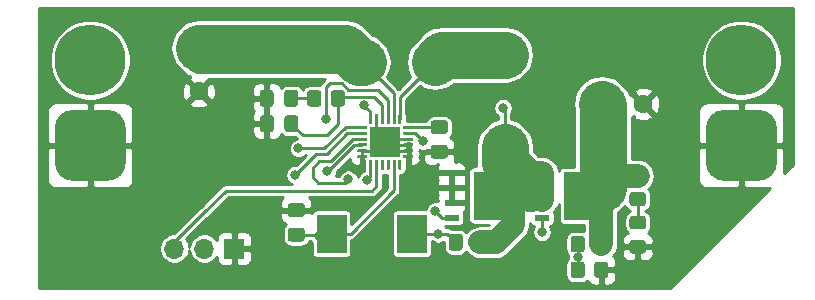
<source format=gbr>
%TF.GenerationSoftware,KiCad,Pcbnew,5.1.10*%
%TF.CreationDate,2021-11-10T11:04:15+01:00*%
%TF.ProjectId,PoE_Boost-Converter,506f455f-426f-46f7-9374-2d436f6e7665,rev?*%
%TF.SameCoordinates,Original*%
%TF.FileFunction,Copper,L1,Top*%
%TF.FilePolarity,Positive*%
%FSLAX46Y46*%
G04 Gerber Fmt 4.6, Leading zero omitted, Abs format (unit mm)*
G04 Created by KiCad (PCBNEW 5.1.10) date 2021-11-10 11:04:15*
%MOMM*%
%LPD*%
G01*
G04 APERTURE LIST*
%TA.AperFunction,EtchedComponent*%
%ADD10C,0.100000*%
%TD*%
%TA.AperFunction,SMDPad,CuDef*%
%ADD11R,1.470000X0.610000*%
%TD*%
%TA.AperFunction,SMDPad,CuDef*%
%ADD12R,1.270000X0.610000*%
%TD*%
%TA.AperFunction,ComponentPad*%
%ADD13C,0.500000*%
%TD*%
%TA.AperFunction,SMDPad,CuDef*%
%ADD14R,2.500000X2.500000*%
%TD*%
%TA.AperFunction,SMDPad,CuDef*%
%ADD15R,3.200000X2.000000*%
%TD*%
%TA.AperFunction,ComponentPad*%
%ADD16C,6.000000*%
%TD*%
%TA.AperFunction,ComponentPad*%
%ADD17O,1.700000X1.700000*%
%TD*%
%TA.AperFunction,ComponentPad*%
%ADD18R,1.700000X1.700000*%
%TD*%
%TA.AperFunction,SMDPad,CuDef*%
%ADD19R,2.500000X3.300000*%
%TD*%
%TA.AperFunction,ComponentPad*%
%ADD20C,1.600000*%
%TD*%
%TA.AperFunction,ComponentPad*%
%ADD21R,1.600000X1.600000*%
%TD*%
%TA.AperFunction,ViaPad*%
%ADD22C,0.800000*%
%TD*%
%TA.AperFunction,Conductor*%
%ADD23C,0.250000*%
%TD*%
%TA.AperFunction,Conductor*%
%ADD24C,2.000000*%
%TD*%
%TA.AperFunction,Conductor*%
%ADD25C,4.000000*%
%TD*%
%TA.AperFunction,Conductor*%
%ADD26C,0.254000*%
%TD*%
%TA.AperFunction,Conductor*%
%ADD27C,0.100000*%
%TD*%
G04 APERTURE END LIST*
D10*
%TO.C,U3*%
G36*
X141390000Y-65610000D02*
G01*
X141390000Y-61610000D01*
X144490000Y-61610000D01*
X144490000Y-65610000D01*
X141390000Y-65610000D01*
G37*
X141390000Y-65610000D02*
X141390000Y-61610000D01*
X144490000Y-61610000D01*
X144490000Y-65610000D01*
X141390000Y-65610000D01*
%TO.C,U2*%
G36*
X133740000Y-65590000D02*
G01*
X133740000Y-61590000D01*
X136840000Y-61590000D01*
X136840000Y-65590000D01*
X133740000Y-65590000D01*
G37*
X133740000Y-65590000D02*
X133740000Y-61590000D01*
X136840000Y-61590000D01*
X136840000Y-65590000D01*
X133740000Y-65590000D01*
%TD*%
D11*
%TO.P,U3,8*%
%TO.N,/VOUT24V*%
X144690000Y-61670000D03*
%TO.P,U3,7*%
X144690000Y-62940000D03*
%TO.P,U3,6*%
X144690000Y-64210000D03*
%TO.P,U3,5*%
X144690000Y-65480000D03*
D12*
%TO.P,U3,4*%
%TO.N,Net-(U1-Pad19)*%
X139510000Y-65480000D03*
%TO.P,U3,3*%
%TO.N,Net-(C5-Pad1)*%
X139510000Y-64210000D03*
%TO.P,U3,2*%
X139510000Y-62940000D03*
%TO.P,U3,1*%
X139510000Y-61670000D03*
%TD*%
D11*
%TO.P,U2,8*%
%TO.N,Net-(C5-Pad1)*%
X137040000Y-61650000D03*
%TO.P,U2,7*%
X137040000Y-62920000D03*
%TO.P,U2,6*%
X137040000Y-64190000D03*
%TO.P,U2,5*%
X137040000Y-65460000D03*
D12*
%TO.P,U2,4*%
%TO.N,Net-(U1-Pad21)*%
X131860000Y-65460000D03*
%TO.P,U2,3*%
%TO.N,GND*%
X131860000Y-64190000D03*
%TO.P,U2,2*%
X131860000Y-62920000D03*
%TO.P,U2,1*%
X131860000Y-61650000D03*
%TD*%
D13*
%TO.P,U1,25*%
%TO.N,GND*%
X127240000Y-58060000D03*
X127240000Y-59060000D03*
X127240000Y-60060000D03*
X126240000Y-58060000D03*
X126240000Y-59060000D03*
X126240000Y-60060000D03*
X125240000Y-58060000D03*
X125240000Y-59060000D03*
X125240000Y-60060000D03*
D14*
X126240000Y-59060000D03*
%TO.P,U1,24*%
%TA.AperFunction,SMDPad,CuDef*%
G36*
G01*
X124677500Y-60435000D02*
X123927500Y-60435000D01*
G75*
G02*
X123865000Y-60372500I0J62500D01*
G01*
X123865000Y-60247500D01*
G75*
G02*
X123927500Y-60185000I62500J0D01*
G01*
X124677500Y-60185000D01*
G75*
G02*
X124740000Y-60247500I0J-62500D01*
G01*
X124740000Y-60372500D01*
G75*
G02*
X124677500Y-60435000I-62500J0D01*
G01*
G37*
%TD.AperFunction*%
%TO.P,U1,23*%
%TA.AperFunction,SMDPad,CuDef*%
G36*
G01*
X124677500Y-59935000D02*
X123927500Y-59935000D01*
G75*
G02*
X123865000Y-59872500I0J62500D01*
G01*
X123865000Y-59747500D01*
G75*
G02*
X123927500Y-59685000I62500J0D01*
G01*
X124677500Y-59685000D01*
G75*
G02*
X124740000Y-59747500I0J-62500D01*
G01*
X124740000Y-59872500D01*
G75*
G02*
X124677500Y-59935000I-62500J0D01*
G01*
G37*
%TD.AperFunction*%
%TO.P,U1,22*%
%TO.N,Net-(C6-Pad1)*%
%TA.AperFunction,SMDPad,CuDef*%
G36*
G01*
X124677500Y-59435000D02*
X123927500Y-59435000D01*
G75*
G02*
X123865000Y-59372500I0J62500D01*
G01*
X123865000Y-59247500D01*
G75*
G02*
X123927500Y-59185000I62500J0D01*
G01*
X124677500Y-59185000D01*
G75*
G02*
X124740000Y-59247500I0J-62500D01*
G01*
X124740000Y-59372500D01*
G75*
G02*
X124677500Y-59435000I-62500J0D01*
G01*
G37*
%TD.AperFunction*%
%TO.P,U1,21*%
%TO.N,Net-(U1-Pad21)*%
%TA.AperFunction,SMDPad,CuDef*%
G36*
G01*
X124677500Y-58935000D02*
X123927500Y-58935000D01*
G75*
G02*
X123865000Y-58872500I0J62500D01*
G01*
X123865000Y-58747500D01*
G75*
G02*
X123927500Y-58685000I62500J0D01*
G01*
X124677500Y-58685000D01*
G75*
G02*
X124740000Y-58747500I0J-62500D01*
G01*
X124740000Y-58872500D01*
G75*
G02*
X124677500Y-58935000I-62500J0D01*
G01*
G37*
%TD.AperFunction*%
%TO.P,U1,20*%
%TO.N,Net-(C5-Pad2)*%
%TA.AperFunction,SMDPad,CuDef*%
G36*
G01*
X124677500Y-58435000D02*
X123927500Y-58435000D01*
G75*
G02*
X123865000Y-58372500I0J62500D01*
G01*
X123865000Y-58247500D01*
G75*
G02*
X123927500Y-58185000I62500J0D01*
G01*
X124677500Y-58185000D01*
G75*
G02*
X124740000Y-58247500I0J-62500D01*
G01*
X124740000Y-58372500D01*
G75*
G02*
X124677500Y-58435000I-62500J0D01*
G01*
G37*
%TD.AperFunction*%
%TO.P,U1,19*%
%TO.N,Net-(U1-Pad19)*%
%TA.AperFunction,SMDPad,CuDef*%
G36*
G01*
X124677500Y-57935000D02*
X123927500Y-57935000D01*
G75*
G02*
X123865000Y-57872500I0J62500D01*
G01*
X123865000Y-57747500D01*
G75*
G02*
X123927500Y-57685000I62500J0D01*
G01*
X124677500Y-57685000D01*
G75*
G02*
X124740000Y-57747500I0J-62500D01*
G01*
X124740000Y-57872500D01*
G75*
G02*
X124677500Y-57935000I-62500J0D01*
G01*
G37*
%TD.AperFunction*%
%TO.P,U1,18*%
%TO.N,Net-(C5-Pad1)*%
%TA.AperFunction,SMDPad,CuDef*%
G36*
G01*
X125052500Y-57560000D02*
X124927500Y-57560000D01*
G75*
G02*
X124865000Y-57497500I0J62500D01*
G01*
X124865000Y-56747500D01*
G75*
G02*
X124927500Y-56685000I62500J0D01*
G01*
X125052500Y-56685000D01*
G75*
G02*
X125115000Y-56747500I0J-62500D01*
G01*
X125115000Y-57497500D01*
G75*
G02*
X125052500Y-57560000I-62500J0D01*
G01*
G37*
%TD.AperFunction*%
%TO.P,U1,17*%
%TO.N,GND*%
%TA.AperFunction,SMDPad,CuDef*%
G36*
G01*
X125552500Y-57560000D02*
X125427500Y-57560000D01*
G75*
G02*
X125365000Y-57497500I0J62500D01*
G01*
X125365000Y-56747500D01*
G75*
G02*
X125427500Y-56685000I62500J0D01*
G01*
X125552500Y-56685000D01*
G75*
G02*
X125615000Y-56747500I0J-62500D01*
G01*
X125615000Y-57497500D01*
G75*
G02*
X125552500Y-57560000I-62500J0D01*
G01*
G37*
%TD.AperFunction*%
%TO.P,U1,16*%
%TO.N,Net-(C3-Pad1)*%
%TA.AperFunction,SMDPad,CuDef*%
G36*
G01*
X126052500Y-57560000D02*
X125927500Y-57560000D01*
G75*
G02*
X125865000Y-57497500I0J62500D01*
G01*
X125865000Y-56747500D01*
G75*
G02*
X125927500Y-56685000I62500J0D01*
G01*
X126052500Y-56685000D01*
G75*
G02*
X126115000Y-56747500I0J-62500D01*
G01*
X126115000Y-57497500D01*
G75*
G02*
X126052500Y-57560000I-62500J0D01*
G01*
G37*
%TD.AperFunction*%
%TO.P,U1,15*%
%TO.N,Net-(R3-Pad2)*%
%TA.AperFunction,SMDPad,CuDef*%
G36*
G01*
X126552500Y-57560000D02*
X126427500Y-57560000D01*
G75*
G02*
X126365000Y-57497500I0J62500D01*
G01*
X126365000Y-56747500D01*
G75*
G02*
X126427500Y-56685000I62500J0D01*
G01*
X126552500Y-56685000D01*
G75*
G02*
X126615000Y-56747500I0J-62500D01*
G01*
X126615000Y-57497500D01*
G75*
G02*
X126552500Y-57560000I-62500J0D01*
G01*
G37*
%TD.AperFunction*%
%TO.P,U1,14*%
%TO.N,/VIN*%
%TA.AperFunction,SMDPad,CuDef*%
G36*
G01*
X127052500Y-57560000D02*
X126927500Y-57560000D01*
G75*
G02*
X126865000Y-57497500I0J62500D01*
G01*
X126865000Y-56747500D01*
G75*
G02*
X126927500Y-56685000I62500J0D01*
G01*
X127052500Y-56685000D01*
G75*
G02*
X127115000Y-56747500I0J-62500D01*
G01*
X127115000Y-57497500D01*
G75*
G02*
X127052500Y-57560000I-62500J0D01*
G01*
G37*
%TD.AperFunction*%
%TO.P,U1,13*%
%TO.N,Net-(L1-Pad1)*%
%TA.AperFunction,SMDPad,CuDef*%
G36*
G01*
X127552500Y-57560000D02*
X127427500Y-57560000D01*
G75*
G02*
X127365000Y-57497500I0J62500D01*
G01*
X127365000Y-56747500D01*
G75*
G02*
X127427500Y-56685000I62500J0D01*
G01*
X127552500Y-56685000D01*
G75*
G02*
X127615000Y-56747500I0J-62500D01*
G01*
X127615000Y-57497500D01*
G75*
G02*
X127552500Y-57560000I-62500J0D01*
G01*
G37*
%TD.AperFunction*%
%TO.P,U1,12*%
%TO.N,Net-(C2-Pad1)*%
%TA.AperFunction,SMDPad,CuDef*%
G36*
G01*
X128552500Y-57935000D02*
X127802500Y-57935000D01*
G75*
G02*
X127740000Y-57872500I0J62500D01*
G01*
X127740000Y-57747500D01*
G75*
G02*
X127802500Y-57685000I62500J0D01*
G01*
X128552500Y-57685000D01*
G75*
G02*
X128615000Y-57747500I0J-62500D01*
G01*
X128615000Y-57872500D01*
G75*
G02*
X128552500Y-57935000I-62500J0D01*
G01*
G37*
%TD.AperFunction*%
%TO.P,U1,11*%
%TO.N,Net-(J1-Pad2)*%
%TA.AperFunction,SMDPad,CuDef*%
G36*
G01*
X128552500Y-58435000D02*
X127802500Y-58435000D01*
G75*
G02*
X127740000Y-58372500I0J62500D01*
G01*
X127740000Y-58247500D01*
G75*
G02*
X127802500Y-58185000I62500J0D01*
G01*
X128552500Y-58185000D01*
G75*
G02*
X128615000Y-58247500I0J-62500D01*
G01*
X128615000Y-58372500D01*
G75*
G02*
X128552500Y-58435000I-62500J0D01*
G01*
G37*
%TD.AperFunction*%
%TO.P,U1,10*%
%TO.N,GND*%
%TA.AperFunction,SMDPad,CuDef*%
G36*
G01*
X128552500Y-58935000D02*
X127802500Y-58935000D01*
G75*
G02*
X127740000Y-58872500I0J62500D01*
G01*
X127740000Y-58747500D01*
G75*
G02*
X127802500Y-58685000I62500J0D01*
G01*
X128552500Y-58685000D01*
G75*
G02*
X128615000Y-58747500I0J-62500D01*
G01*
X128615000Y-58872500D01*
G75*
G02*
X128552500Y-58935000I-62500J0D01*
G01*
G37*
%TD.AperFunction*%
%TO.P,U1,9*%
%TA.AperFunction,SMDPad,CuDef*%
G36*
G01*
X128552500Y-59435000D02*
X127802500Y-59435000D01*
G75*
G02*
X127740000Y-59372500I0J62500D01*
G01*
X127740000Y-59247500D01*
G75*
G02*
X127802500Y-59185000I62500J0D01*
G01*
X128552500Y-59185000D01*
G75*
G02*
X128615000Y-59247500I0J-62500D01*
G01*
X128615000Y-59372500D01*
G75*
G02*
X128552500Y-59435000I-62500J0D01*
G01*
G37*
%TD.AperFunction*%
%TO.P,U1,8*%
%TA.AperFunction,SMDPad,CuDef*%
G36*
G01*
X128552500Y-59935000D02*
X127802500Y-59935000D01*
G75*
G02*
X127740000Y-59872500I0J62500D01*
G01*
X127740000Y-59747500D01*
G75*
G02*
X127802500Y-59685000I62500J0D01*
G01*
X128552500Y-59685000D01*
G75*
G02*
X128615000Y-59747500I0J-62500D01*
G01*
X128615000Y-59872500D01*
G75*
G02*
X128552500Y-59935000I-62500J0D01*
G01*
G37*
%TD.AperFunction*%
%TO.P,U1,7*%
%TA.AperFunction,SMDPad,CuDef*%
G36*
G01*
X128552500Y-60435000D02*
X127802500Y-60435000D01*
G75*
G02*
X127740000Y-60372500I0J62500D01*
G01*
X127740000Y-60247500D01*
G75*
G02*
X127802500Y-60185000I62500J0D01*
G01*
X128552500Y-60185000D01*
G75*
G02*
X128615000Y-60247500I0J-62500D01*
G01*
X128615000Y-60372500D01*
G75*
G02*
X128552500Y-60435000I-62500J0D01*
G01*
G37*
%TD.AperFunction*%
%TO.P,U1,6*%
%TO.N,N/C*%
%TA.AperFunction,SMDPad,CuDef*%
G36*
G01*
X127552500Y-61435000D02*
X127427500Y-61435000D01*
G75*
G02*
X127365000Y-61372500I0J62500D01*
G01*
X127365000Y-60622500D01*
G75*
G02*
X127427500Y-60560000I62500J0D01*
G01*
X127552500Y-60560000D01*
G75*
G02*
X127615000Y-60622500I0J-62500D01*
G01*
X127615000Y-61372500D01*
G75*
G02*
X127552500Y-61435000I-62500J0D01*
G01*
G37*
%TD.AperFunction*%
%TO.P,U1,5*%
%TO.N,Net-(C6-Pad1)*%
%TA.AperFunction,SMDPad,CuDef*%
G36*
G01*
X127052500Y-61435000D02*
X126927500Y-61435000D01*
G75*
G02*
X126865000Y-61372500I0J62500D01*
G01*
X126865000Y-60622500D01*
G75*
G02*
X126927500Y-60560000I62500J0D01*
G01*
X127052500Y-60560000D01*
G75*
G02*
X127115000Y-60622500I0J-62500D01*
G01*
X127115000Y-61372500D01*
G75*
G02*
X127052500Y-61435000I-62500J0D01*
G01*
G37*
%TD.AperFunction*%
%TO.P,U1,4*%
%TO.N,N/C*%
%TA.AperFunction,SMDPad,CuDef*%
G36*
G01*
X126552500Y-61435000D02*
X126427500Y-61435000D01*
G75*
G02*
X126365000Y-61372500I0J62500D01*
G01*
X126365000Y-60622500D01*
G75*
G02*
X126427500Y-60560000I62500J0D01*
G01*
X126552500Y-60560000D01*
G75*
G02*
X126615000Y-60622500I0J-62500D01*
G01*
X126615000Y-61372500D01*
G75*
G02*
X126552500Y-61435000I-62500J0D01*
G01*
G37*
%TD.AperFunction*%
%TO.P,U1,3*%
%TO.N,Net-(U1-Pad3)*%
%TA.AperFunction,SMDPad,CuDef*%
G36*
G01*
X126052500Y-61435000D02*
X125927500Y-61435000D01*
G75*
G02*
X125865000Y-61372500I0J62500D01*
G01*
X125865000Y-60622500D01*
G75*
G02*
X125927500Y-60560000I62500J0D01*
G01*
X126052500Y-60560000D01*
G75*
G02*
X126115000Y-60622500I0J-62500D01*
G01*
X126115000Y-61372500D01*
G75*
G02*
X126052500Y-61435000I-62500J0D01*
G01*
G37*
%TD.AperFunction*%
%TO.P,U1,2*%
%TO.N,Net-(J1-Pad3)*%
%TA.AperFunction,SMDPad,CuDef*%
G36*
G01*
X125552500Y-61435000D02*
X125427500Y-61435000D01*
G75*
G02*
X125365000Y-61372500I0J62500D01*
G01*
X125365000Y-60622500D01*
G75*
G02*
X125427500Y-60560000I62500J0D01*
G01*
X125552500Y-60560000D01*
G75*
G02*
X125615000Y-60622500I0J-62500D01*
G01*
X125615000Y-61372500D01*
G75*
G02*
X125552500Y-61435000I-62500J0D01*
G01*
G37*
%TD.AperFunction*%
%TO.P,U1,1*%
%TO.N,/VIN*%
%TA.AperFunction,SMDPad,CuDef*%
G36*
G01*
X125052500Y-61435000D02*
X124927500Y-61435000D01*
G75*
G02*
X124865000Y-61372500I0J62500D01*
G01*
X124865000Y-60622500D01*
G75*
G02*
X124927500Y-60560000I62500J0D01*
G01*
X125052500Y-60560000D01*
G75*
G02*
X125115000Y-60622500I0J-62500D01*
G01*
X125115000Y-61372500D01*
G75*
G02*
X125052500Y-61435000I-62500J0D01*
G01*
G37*
%TD.AperFunction*%
%TD*%
%TO.P,R5,2*%
%TO.N,Net-(D2-Pad2)*%
%TA.AperFunction,SMDPad,CuDef*%
G36*
G01*
X147169999Y-63300000D02*
X148070001Y-63300000D01*
G75*
G02*
X148320000Y-63549999I0J-249999D01*
G01*
X148320000Y-64250001D01*
G75*
G02*
X148070001Y-64500000I-249999J0D01*
G01*
X147169999Y-64500000D01*
G75*
G02*
X146920000Y-64250001I0J249999D01*
G01*
X146920000Y-63549999D01*
G75*
G02*
X147169999Y-63300000I249999J0D01*
G01*
G37*
%TD.AperFunction*%
%TO.P,R5,1*%
%TO.N,/VOUT24V*%
%TA.AperFunction,SMDPad,CuDef*%
G36*
G01*
X147169999Y-61300000D02*
X148070001Y-61300000D01*
G75*
G02*
X148320000Y-61549999I0J-249999D01*
G01*
X148320000Y-62250001D01*
G75*
G02*
X148070001Y-62500000I-249999J0D01*
G01*
X147169999Y-62500000D01*
G75*
G02*
X146920000Y-62250001I0J249999D01*
G01*
X146920000Y-61549999D01*
G75*
G02*
X147169999Y-61300000I249999J0D01*
G01*
G37*
%TD.AperFunction*%
%TD*%
%TO.P,R4,2*%
%TO.N,GND*%
%TA.AperFunction,SMDPad,CuDef*%
G36*
G01*
X143930000Y-70330001D02*
X143930000Y-69429999D01*
G75*
G02*
X144179999Y-69180000I249999J0D01*
G01*
X144880001Y-69180000D01*
G75*
G02*
X145130000Y-69429999I0J-249999D01*
G01*
X145130000Y-70330001D01*
G75*
G02*
X144880001Y-70580000I-249999J0D01*
G01*
X144179999Y-70580000D01*
G75*
G02*
X143930000Y-70330001I0J249999D01*
G01*
G37*
%TD.AperFunction*%
%TO.P,R4,1*%
%TO.N,Net-(R3-Pad2)*%
%TA.AperFunction,SMDPad,CuDef*%
G36*
G01*
X141930000Y-70330001D02*
X141930000Y-69429999D01*
G75*
G02*
X142179999Y-69180000I249999J0D01*
G01*
X142880001Y-69180000D01*
G75*
G02*
X143130000Y-69429999I0J-249999D01*
G01*
X143130000Y-70330001D01*
G75*
G02*
X142880001Y-70580000I-249999J0D01*
G01*
X142179999Y-70580000D01*
G75*
G02*
X141930000Y-70330001I0J249999D01*
G01*
G37*
%TD.AperFunction*%
%TD*%
%TO.P,R3,2*%
%TO.N,Net-(R3-Pad2)*%
%TA.AperFunction,SMDPad,CuDef*%
G36*
G01*
X143130000Y-67259999D02*
X143130000Y-68160001D01*
G75*
G02*
X142880001Y-68410000I-249999J0D01*
G01*
X142179999Y-68410000D01*
G75*
G02*
X141930000Y-68160001I0J249999D01*
G01*
X141930000Y-67259999D01*
G75*
G02*
X142179999Y-67010000I249999J0D01*
G01*
X142880001Y-67010000D01*
G75*
G02*
X143130000Y-67259999I0J-249999D01*
G01*
G37*
%TD.AperFunction*%
%TO.P,R3,1*%
%TO.N,/VOUT24V*%
%TA.AperFunction,SMDPad,CuDef*%
G36*
G01*
X145130000Y-67259999D02*
X145130000Y-68160001D01*
G75*
G02*
X144880001Y-68410000I-249999J0D01*
G01*
X144179999Y-68410000D01*
G75*
G02*
X143930000Y-68160001I0J249999D01*
G01*
X143930000Y-67259999D01*
G75*
G02*
X144179999Y-67010000I249999J0D01*
G01*
X144880001Y-67010000D01*
G75*
G02*
X145130000Y-67259999I0J-249999D01*
G01*
G37*
%TD.AperFunction*%
%TD*%
%TO.P,R2,2*%
%TO.N,Net-(L1-Pad1)*%
%TA.AperFunction,SMDPad,CuDef*%
G36*
G01*
X129740000Y-53715001D02*
X129740000Y-50864999D01*
G75*
G02*
X129989999Y-50615000I249999J0D01*
G01*
X130890001Y-50615000D01*
G75*
G02*
X131140000Y-50864999I0J-249999D01*
G01*
X131140000Y-53715001D01*
G75*
G02*
X130890001Y-53965000I-249999J0D01*
G01*
X129989999Y-53965000D01*
G75*
G02*
X129740000Y-53715001I0J249999D01*
G01*
G37*
%TD.AperFunction*%
%TO.P,R2,1*%
%TO.N,/VIN*%
%TA.AperFunction,SMDPad,CuDef*%
G36*
G01*
X123640000Y-53715001D02*
X123640000Y-50864999D01*
G75*
G02*
X123889999Y-50615000I249999J0D01*
G01*
X124790001Y-50615000D01*
G75*
G02*
X125040000Y-50864999I0J-249999D01*
G01*
X125040000Y-53715001D01*
G75*
G02*
X124790001Y-53965000I-249999J0D01*
G01*
X123889999Y-53965000D01*
G75*
G02*
X123640000Y-53715001I0J249999D01*
G01*
G37*
%TD.AperFunction*%
%TD*%
%TO.P,R1,2*%
%TO.N,Net-(C4-Pad1)*%
%TA.AperFunction,SMDPad,CuDef*%
G36*
G01*
X120830000Y-54909999D02*
X120830000Y-55810001D01*
G75*
G02*
X120580001Y-56060000I-249999J0D01*
G01*
X119879999Y-56060000D01*
G75*
G02*
X119630000Y-55810001I0J249999D01*
G01*
X119630000Y-54909999D01*
G75*
G02*
X119879999Y-54660000I249999J0D01*
G01*
X120580001Y-54660000D01*
G75*
G02*
X120830000Y-54909999I0J-249999D01*
G01*
G37*
%TD.AperFunction*%
%TO.P,R1,1*%
%TO.N,Net-(C3-Pad1)*%
%TA.AperFunction,SMDPad,CuDef*%
G36*
G01*
X122830000Y-54909999D02*
X122830000Y-55810001D01*
G75*
G02*
X122580001Y-56060000I-249999J0D01*
G01*
X121879999Y-56060000D01*
G75*
G02*
X121630000Y-55810001I0J249999D01*
G01*
X121630000Y-54909999D01*
G75*
G02*
X121879999Y-54660000I249999J0D01*
G01*
X122580001Y-54660000D01*
G75*
G02*
X122830000Y-54909999I0J-249999D01*
G01*
G37*
%TD.AperFunction*%
%TD*%
D15*
%TO.P,L1,2*%
%TO.N,Net-(C5-Pad1)*%
X136380000Y-59480000D03*
%TO.P,L1,1*%
%TO.N,Net-(L1-Pad1)*%
X136380000Y-51680000D03*
%TD*%
%TO.P,J3,1*%
%TO.N,GND*%
%TA.AperFunction,ComponentPad*%
G36*
G01*
X157900000Y-62340000D02*
X154900000Y-62340000D01*
G75*
G02*
X153400000Y-60840000I0J1500000D01*
G01*
X153400000Y-57840000D01*
G75*
G02*
X154900000Y-56340000I1500000J0D01*
G01*
X157900000Y-56340000D01*
G75*
G02*
X159400000Y-57840000I0J-1500000D01*
G01*
X159400000Y-60840000D01*
G75*
G02*
X157900000Y-62340000I-1500000J0D01*
G01*
G37*
%TD.AperFunction*%
D16*
%TO.P,J3,2*%
%TO.N,/VOUT24V*%
X156400000Y-52140000D03*
%TD*%
%TO.P,J2,1*%
%TO.N,GND*%
%TA.AperFunction,ComponentPad*%
G36*
G01*
X102770000Y-62340000D02*
X99770000Y-62340000D01*
G75*
G02*
X98270000Y-60840000I0J1500000D01*
G01*
X98270000Y-57840000D01*
G75*
G02*
X99770000Y-56340000I1500000J0D01*
G01*
X102770000Y-56340000D01*
G75*
G02*
X104270000Y-57840000I0J-1500000D01*
G01*
X104270000Y-60840000D01*
G75*
G02*
X102770000Y-62340000I-1500000J0D01*
G01*
G37*
%TD.AperFunction*%
%TO.P,J2,2*%
%TO.N,/VIN*%
X101270000Y-52140000D03*
%TD*%
D17*
%TO.P,J1,3*%
%TO.N,Net-(J1-Pad3)*%
X108370000Y-68080000D03*
%TO.P,J1,2*%
%TO.N,Net-(J1-Pad2)*%
X110910000Y-68080000D03*
D18*
%TO.P,J1,1*%
%TO.N,GND*%
X113450000Y-68080000D03*
%TD*%
%TO.P,D2,2*%
%TO.N,Net-(D2-Pad2)*%
%TA.AperFunction,SMDPad,CuDef*%
G36*
G01*
X148070001Y-66460000D02*
X147169999Y-66460000D01*
G75*
G02*
X146920000Y-66210001I0J249999D01*
G01*
X146920000Y-65559999D01*
G75*
G02*
X147169999Y-65310000I249999J0D01*
G01*
X148070001Y-65310000D01*
G75*
G02*
X148320000Y-65559999I0J-249999D01*
G01*
X148320000Y-66210001D01*
G75*
G02*
X148070001Y-66460000I-249999J0D01*
G01*
G37*
%TD.AperFunction*%
%TO.P,D2,1*%
%TO.N,GND*%
%TA.AperFunction,SMDPad,CuDef*%
G36*
G01*
X148070001Y-68510000D02*
X147169999Y-68510000D01*
G75*
G02*
X146920000Y-68260001I0J249999D01*
G01*
X146920000Y-67609999D01*
G75*
G02*
X147169999Y-67360000I249999J0D01*
G01*
X148070001Y-67360000D01*
G75*
G02*
X148320000Y-67609999I0J-249999D01*
G01*
X148320000Y-68260001D01*
G75*
G02*
X148070001Y-68510000I-249999J0D01*
G01*
G37*
%TD.AperFunction*%
%TD*%
D19*
%TO.P,D1,2*%
%TO.N,Net-(C6-Pad1)*%
X121700000Y-66830000D03*
%TO.P,D1,1*%
%TO.N,Net-(C5-Pad2)*%
X128500000Y-66830000D03*
%TD*%
D20*
%TO.P,C7,2*%
%TO.N,GND*%
X148080000Y-55840000D03*
D21*
%TO.P,C7,1*%
%TO.N,/VOUT24V*%
X144580000Y-55840000D03*
%TD*%
%TO.P,C6,2*%
%TO.N,GND*%
%TA.AperFunction,SMDPad,CuDef*%
G36*
G01*
X119185000Y-65410000D02*
X118235000Y-65410000D01*
G75*
G02*
X117985000Y-65160000I0J250000D01*
G01*
X117985000Y-64485000D01*
G75*
G02*
X118235000Y-64235000I250000J0D01*
G01*
X119185000Y-64235000D01*
G75*
G02*
X119435000Y-64485000I0J-250000D01*
G01*
X119435000Y-65160000D01*
G75*
G02*
X119185000Y-65410000I-250000J0D01*
G01*
G37*
%TD.AperFunction*%
%TO.P,C6,1*%
%TO.N,Net-(C6-Pad1)*%
%TA.AperFunction,SMDPad,CuDef*%
G36*
G01*
X119185000Y-67485000D02*
X118235000Y-67485000D01*
G75*
G02*
X117985000Y-67235000I0J250000D01*
G01*
X117985000Y-66560000D01*
G75*
G02*
X118235000Y-66310000I250000J0D01*
G01*
X119185000Y-66310000D01*
G75*
G02*
X119435000Y-66560000I0J-250000D01*
G01*
X119435000Y-67235000D01*
G75*
G02*
X119185000Y-67485000I-250000J0D01*
G01*
G37*
%TD.AperFunction*%
%TD*%
%TO.P,C5,2*%
%TO.N,Net-(C5-Pad2)*%
%TA.AperFunction,SMDPad,CuDef*%
G36*
G01*
X132790000Y-67065000D02*
X132790000Y-68015000D01*
G75*
G02*
X132540000Y-68265000I-250000J0D01*
G01*
X131865000Y-68265000D01*
G75*
G02*
X131615000Y-68015000I0J250000D01*
G01*
X131615000Y-67065000D01*
G75*
G02*
X131865000Y-66815000I250000J0D01*
G01*
X132540000Y-66815000D01*
G75*
G02*
X132790000Y-67065000I0J-250000D01*
G01*
G37*
%TD.AperFunction*%
%TO.P,C5,1*%
%TO.N,Net-(C5-Pad1)*%
%TA.AperFunction,SMDPad,CuDef*%
G36*
G01*
X134865000Y-67065000D02*
X134865000Y-68015000D01*
G75*
G02*
X134615000Y-68265000I-250000J0D01*
G01*
X133940000Y-68265000D01*
G75*
G02*
X133690000Y-68015000I0J250000D01*
G01*
X133690000Y-67065000D01*
G75*
G02*
X133940000Y-66815000I250000J0D01*
G01*
X134615000Y-66815000D01*
G75*
G02*
X134865000Y-67065000I0J-250000D01*
G01*
G37*
%TD.AperFunction*%
%TD*%
%TO.P,C4,2*%
%TO.N,GND*%
%TA.AperFunction,SMDPad,CuDef*%
G36*
G01*
X116790000Y-54885000D02*
X116790000Y-55835000D01*
G75*
G02*
X116540000Y-56085000I-250000J0D01*
G01*
X115865000Y-56085000D01*
G75*
G02*
X115615000Y-55835000I0J250000D01*
G01*
X115615000Y-54885000D01*
G75*
G02*
X115865000Y-54635000I250000J0D01*
G01*
X116540000Y-54635000D01*
G75*
G02*
X116790000Y-54885000I0J-250000D01*
G01*
G37*
%TD.AperFunction*%
%TO.P,C4,1*%
%TO.N,Net-(C4-Pad1)*%
%TA.AperFunction,SMDPad,CuDef*%
G36*
G01*
X118865000Y-54885000D02*
X118865000Y-55835000D01*
G75*
G02*
X118615000Y-56085000I-250000J0D01*
G01*
X117940000Y-56085000D01*
G75*
G02*
X117690000Y-55835000I0J250000D01*
G01*
X117690000Y-54885000D01*
G75*
G02*
X117940000Y-54635000I250000J0D01*
G01*
X118615000Y-54635000D01*
G75*
G02*
X118865000Y-54885000I0J-250000D01*
G01*
G37*
%TD.AperFunction*%
%TD*%
%TO.P,C3,2*%
%TO.N,GND*%
%TA.AperFunction,SMDPad,CuDef*%
G36*
G01*
X116810000Y-57035000D02*
X116810000Y-57985000D01*
G75*
G02*
X116560000Y-58235000I-250000J0D01*
G01*
X115885000Y-58235000D01*
G75*
G02*
X115635000Y-57985000I0J250000D01*
G01*
X115635000Y-57035000D01*
G75*
G02*
X115885000Y-56785000I250000J0D01*
G01*
X116560000Y-56785000D01*
G75*
G02*
X116810000Y-57035000I0J-250000D01*
G01*
G37*
%TD.AperFunction*%
%TO.P,C3,1*%
%TO.N,Net-(C3-Pad1)*%
%TA.AperFunction,SMDPad,CuDef*%
G36*
G01*
X118885000Y-57035000D02*
X118885000Y-57985000D01*
G75*
G02*
X118635000Y-58235000I-250000J0D01*
G01*
X117960000Y-58235000D01*
G75*
G02*
X117710000Y-57985000I0J250000D01*
G01*
X117710000Y-57035000D01*
G75*
G02*
X117960000Y-56785000I250000J0D01*
G01*
X118635000Y-56785000D01*
G75*
G02*
X118885000Y-57035000I0J-250000D01*
G01*
G37*
%TD.AperFunction*%
%TD*%
%TO.P,C2,2*%
%TO.N,GND*%
%TA.AperFunction,SMDPad,CuDef*%
G36*
G01*
X130345000Y-59290000D02*
X131295000Y-59290000D01*
G75*
G02*
X131545000Y-59540000I0J-250000D01*
G01*
X131545000Y-60215000D01*
G75*
G02*
X131295000Y-60465000I-250000J0D01*
G01*
X130345000Y-60465000D01*
G75*
G02*
X130095000Y-60215000I0J250000D01*
G01*
X130095000Y-59540000D01*
G75*
G02*
X130345000Y-59290000I250000J0D01*
G01*
G37*
%TD.AperFunction*%
%TO.P,C2,1*%
%TO.N,Net-(C2-Pad1)*%
%TA.AperFunction,SMDPad,CuDef*%
G36*
G01*
X130345000Y-57215000D02*
X131295000Y-57215000D01*
G75*
G02*
X131545000Y-57465000I0J-250000D01*
G01*
X131545000Y-58140000D01*
G75*
G02*
X131295000Y-58390000I-250000J0D01*
G01*
X130345000Y-58390000D01*
G75*
G02*
X130095000Y-58140000I0J250000D01*
G01*
X130095000Y-57465000D01*
G75*
G02*
X130345000Y-57215000I250000J0D01*
G01*
G37*
%TD.AperFunction*%
%TD*%
D20*
%TO.P,C1,2*%
%TO.N,GND*%
X110460000Y-54780000D03*
D21*
%TO.P,C1,1*%
%TO.N,/VIN*%
X110460000Y-52280000D03*
%TD*%
D22*
%TO.N,GND*%
X129300000Y-62500000D03*
X132600000Y-60000000D03*
%TO.N,/VIN*%
X124720000Y-62250000D03*
X120000000Y-52360000D03*
%TO.N,Net-(C5-Pad2)*%
X130730000Y-66830000D03*
X118610000Y-61840000D03*
%TO.N,Net-(C5-Pad1)*%
X136220000Y-56160000D03*
X124458291Y-55954979D03*
%TO.N,Net-(C6-Pad1)*%
X121330000Y-61540000D03*
X120597151Y-66991831D03*
%TO.N,Net-(J1-Pad2)*%
X129430000Y-58990000D03*
%TO.N,Net-(R3-Pad2)*%
X121220000Y-57080000D03*
X142530000Y-68810000D03*
%TO.N,Net-(U1-Pad21)*%
X130470000Y-64910000D03*
X123110000Y-62210000D03*
%TO.N,Net-(U1-Pad19)*%
X118880000Y-59600000D03*
X139510000Y-66700000D03*
%TD*%
D23*
%TO.N,GND*%
X125490000Y-58310000D02*
X126240000Y-59060000D01*
X125490000Y-57122500D02*
X125490000Y-58310000D01*
X126490000Y-58810000D02*
X126240000Y-59060000D01*
X128177500Y-58810000D02*
X126490000Y-58810000D01*
X126490000Y-59310000D02*
X126240000Y-59060000D01*
X128177500Y-59310000D02*
X126490000Y-59310000D01*
X126990000Y-59810000D02*
X126240000Y-59060000D01*
X128177500Y-59810000D02*
X126990000Y-59810000D01*
X128177500Y-59810000D02*
X128177500Y-60310000D01*
X124302500Y-59810000D02*
X124302500Y-60310000D01*
X125490000Y-59810000D02*
X126240000Y-59060000D01*
X124302500Y-59810000D02*
X125490000Y-59810000D01*
%TO.N,/VIN*%
X126990000Y-54940000D02*
X124340000Y-52290000D01*
X126990000Y-57122500D02*
X126990000Y-54940000D01*
D24*
X110470000Y-52290000D02*
X110460000Y-52280000D01*
X124340000Y-52290000D02*
X110470000Y-52290000D01*
D23*
X124990000Y-60997500D02*
X124990000Y-61980000D01*
X124990000Y-61980000D02*
X124720000Y-62250000D01*
X124720000Y-62250000D02*
X124720000Y-62250000D01*
D25*
X124340000Y-52290000D02*
X124061251Y-52289999D01*
X124061251Y-52289999D02*
X122871252Y-51100000D01*
X122871252Y-51100000D02*
X110500000Y-51100000D01*
D23*
%TO.N,Net-(C2-Pad1)*%
X128185000Y-57802500D02*
X128177500Y-57810000D01*
X130820000Y-57802500D02*
X128185000Y-57802500D01*
%TO.N,Net-(C3-Pad1)*%
X122230000Y-55360000D02*
X122230000Y-57566410D01*
X119247509Y-58460009D02*
X118297500Y-57510000D01*
X122230000Y-57566410D02*
X121336401Y-58460009D01*
X121336401Y-58460009D02*
X119247509Y-58460009D01*
X125990000Y-55900000D02*
X125990000Y-57122500D01*
X122360022Y-55229978D02*
X125319978Y-55229978D01*
X122230000Y-55360000D02*
X122360022Y-55229978D01*
X125319978Y-55229978D02*
X125990000Y-55900000D01*
%TO.N,Net-(C4-Pad1)*%
X120230000Y-55360000D02*
X118277500Y-55360000D01*
%TO.N,Net-(C5-Pad2)*%
X131492500Y-66830000D02*
X132202500Y-67540000D01*
X128500000Y-66830000D02*
X130730000Y-66830000D01*
X130730000Y-66830000D02*
X131492500Y-66830000D01*
X118610000Y-61840000D02*
X118610000Y-61840000D01*
X124302500Y-58310000D02*
X123016410Y-58310000D01*
X120399989Y-60050011D02*
X118610000Y-61840000D01*
X123016410Y-58310000D02*
X121276400Y-60050011D01*
X121276400Y-60050011D02*
X120399989Y-60050011D01*
D24*
%TO.N,Net-(C5-Pad1)*%
X136380000Y-60990000D02*
X137040000Y-61650000D01*
X136380000Y-59480000D02*
X136380000Y-60990000D01*
X137040000Y-61650000D02*
X137040000Y-65460000D01*
X139510000Y-61670000D02*
X139510000Y-63974999D01*
X139490000Y-61650000D02*
X139510000Y-61670000D01*
X137040000Y-61650000D02*
X139490000Y-61650000D01*
X137040000Y-65460000D02*
X137040000Y-66110000D01*
X135610000Y-67540000D02*
X134277500Y-67540000D01*
X137040000Y-66110000D02*
X135610000Y-67540000D01*
D23*
X124570000Y-56160000D02*
X124570000Y-56160000D01*
X136380000Y-56320000D02*
X136220000Y-56160000D01*
X136380000Y-59480000D02*
X136380000Y-56320000D01*
X124990000Y-56486688D02*
X124458291Y-55954979D01*
X124990000Y-57122500D02*
X124990000Y-56486688D01*
D25*
X136380000Y-60844999D02*
X138510000Y-62974999D01*
X136380000Y-59480000D02*
X136380000Y-60844999D01*
D23*
%TO.N,Net-(C6-Pad1)*%
X126990000Y-61483022D02*
X126980000Y-61493022D01*
X126990000Y-60997500D02*
X126990000Y-61483022D01*
X126980000Y-61493022D02*
X126980000Y-63160000D01*
X123310000Y-66830000D02*
X121700000Y-66830000D01*
X126980000Y-63160000D02*
X123310000Y-66830000D01*
X121330000Y-61540000D02*
X121330000Y-61540000D01*
X121389231Y-61540000D02*
X121330000Y-61540000D01*
X124302500Y-59310000D02*
X123619231Y-59310000D01*
X123619231Y-59310000D02*
X121389231Y-61540000D01*
X118710000Y-66897500D02*
X120502820Y-66897500D01*
X121538169Y-66991831D02*
X120597151Y-66991831D01*
X120502820Y-66897500D02*
X120597151Y-66991831D01*
X121700000Y-66830000D02*
X121538169Y-66991831D01*
D24*
%TO.N,/VOUT24V*%
X144530000Y-55890000D02*
X144580000Y-55840000D01*
X144870000Y-61900000D02*
X144530000Y-62240000D01*
X147620000Y-61900000D02*
X144870000Y-61900000D01*
X144530000Y-62240000D02*
X144530000Y-55890000D01*
X144530000Y-67710000D02*
X144530000Y-62240000D01*
D25*
X144690000Y-55950000D02*
X144580000Y-55840000D01*
X144690000Y-62940000D02*
X144690000Y-55950000D01*
D23*
%TO.N,Net-(D2-Pad2)*%
X147620000Y-63900000D02*
X147620000Y-65885000D01*
%TO.N,Net-(J1-Pad3)*%
X125490000Y-60997500D02*
X125490000Y-62810000D01*
X125490000Y-62810000D02*
X125120000Y-63180000D01*
X125120000Y-63180000D02*
X112750000Y-63180000D01*
X112750000Y-63180000D02*
X110910000Y-65020000D01*
X110910000Y-65020000D02*
X110880000Y-65020000D01*
X108370000Y-67530000D02*
X108370000Y-68080000D01*
X110880000Y-65020000D02*
X108370000Y-67530000D01*
%TO.N,Net-(J1-Pad2)*%
X128177500Y-58310000D02*
X128750000Y-58310000D01*
X128750000Y-58310000D02*
X129430000Y-58990000D01*
X129430000Y-58990000D02*
X129430000Y-58990000D01*
%TO.N,Net-(L1-Pad1)*%
X127490000Y-55240000D02*
X130440000Y-52290000D01*
X127490000Y-57122500D02*
X127490000Y-55240000D01*
D25*
X131050000Y-51680000D02*
X130440000Y-52290000D01*
X136380000Y-51680000D02*
X131050000Y-51680000D01*
D23*
%TO.N,Net-(R3-Pad2)*%
X142530000Y-67710000D02*
X142530000Y-69880000D01*
X126490000Y-57122500D02*
X126490000Y-55510000D01*
X121220000Y-54420000D02*
X121220000Y-57080000D01*
X126490000Y-55510000D02*
X125595009Y-54615009D01*
X125595009Y-54615009D02*
X123098199Y-54615009D01*
X123098199Y-54615009D02*
X122543190Y-54060000D01*
X122543190Y-54060000D02*
X121580000Y-54060000D01*
X121580000Y-54060000D02*
X121220000Y-54420000D01*
%TO.N,Net-(U1-Pad21)*%
X131860000Y-65460000D02*
X131020000Y-65460000D01*
X131020000Y-65460000D02*
X130470000Y-64910000D01*
X130470000Y-64910000D02*
X130270000Y-64710000D01*
X122770000Y-62500000D02*
X122770000Y-62490000D01*
X122770000Y-62500000D02*
X122820000Y-62500000D01*
X122820000Y-62500000D02*
X123110000Y-62210000D01*
X123110000Y-62210000D02*
X123110000Y-62210000D01*
X120660000Y-60670000D02*
X120090000Y-61240000D01*
X124302500Y-58810000D02*
X123482820Y-58810000D01*
X121622820Y-60670000D02*
X120660000Y-60670000D01*
X120090000Y-62040000D02*
X120550000Y-62500000D01*
X120090000Y-61240000D02*
X120090000Y-62040000D01*
X120550000Y-62500000D02*
X122770000Y-62500000D01*
X123482820Y-58810000D02*
X121622820Y-60670000D01*
%TO.N,Net-(U1-Pad19)*%
X124302500Y-57810000D02*
X122880000Y-57810000D01*
X122880000Y-57810000D02*
X121090000Y-59600000D01*
X121090000Y-59600000D02*
X118880000Y-59600000D01*
X118880000Y-59600000D02*
X118880000Y-59600000D01*
X139510000Y-65480000D02*
X139510000Y-66700000D01*
%TD*%
D26*
%TO.N,GND*%
X160748001Y-61012774D02*
X160037374Y-61723401D01*
X160035000Y-59625750D01*
X159876250Y-59467000D01*
X156527000Y-59467000D01*
X156527000Y-62816250D01*
X156685750Y-62975000D01*
X158783401Y-62977374D01*
X150312777Y-71448000D01*
X96952000Y-71448000D01*
X96952000Y-67954226D01*
X107093000Y-67954226D01*
X107093000Y-68205774D01*
X107142074Y-68452487D01*
X107238337Y-68684886D01*
X107378089Y-68894040D01*
X107555960Y-69071911D01*
X107765114Y-69211663D01*
X107997513Y-69307926D01*
X108244226Y-69357000D01*
X108495774Y-69357000D01*
X108742487Y-69307926D01*
X108974886Y-69211663D01*
X109184040Y-69071911D01*
X109361911Y-68894040D01*
X109501663Y-68684886D01*
X109597926Y-68452487D01*
X109640000Y-68240966D01*
X109682074Y-68452487D01*
X109778337Y-68684886D01*
X109918089Y-68894040D01*
X110095960Y-69071911D01*
X110305114Y-69211663D01*
X110537513Y-69307926D01*
X110784226Y-69357000D01*
X111035774Y-69357000D01*
X111282487Y-69307926D01*
X111514886Y-69211663D01*
X111724040Y-69071911D01*
X111901911Y-68894040D01*
X111962618Y-68803185D01*
X111961928Y-68930000D01*
X111974188Y-69054482D01*
X112010498Y-69174180D01*
X112069463Y-69284494D01*
X112148815Y-69381185D01*
X112245506Y-69460537D01*
X112355820Y-69519502D01*
X112475518Y-69555812D01*
X112600000Y-69568072D01*
X113164250Y-69565000D01*
X113323000Y-69406250D01*
X113323000Y-68207000D01*
X113577000Y-68207000D01*
X113577000Y-69406250D01*
X113735750Y-69565000D01*
X114300000Y-69568072D01*
X114424482Y-69555812D01*
X114544180Y-69519502D01*
X114654494Y-69460537D01*
X114751185Y-69381185D01*
X114830537Y-69284494D01*
X114889502Y-69174180D01*
X114925812Y-69054482D01*
X114938072Y-68930000D01*
X114935000Y-68365750D01*
X114776250Y-68207000D01*
X113577000Y-68207000D01*
X113323000Y-68207000D01*
X113303000Y-68207000D01*
X113303000Y-67953000D01*
X113323000Y-67953000D01*
X113323000Y-66753750D01*
X113577000Y-66753750D01*
X113577000Y-67953000D01*
X114776250Y-67953000D01*
X114935000Y-67794250D01*
X114938072Y-67230000D01*
X114925812Y-67105518D01*
X114889502Y-66985820D01*
X114830537Y-66875506D01*
X114751185Y-66778815D01*
X114654494Y-66699463D01*
X114544180Y-66640498D01*
X114424482Y-66604188D01*
X114300000Y-66591928D01*
X113735750Y-66595000D01*
X113577000Y-66753750D01*
X113323000Y-66753750D01*
X113164250Y-66595000D01*
X112600000Y-66591928D01*
X112475518Y-66604188D01*
X112355820Y-66640498D01*
X112245506Y-66699463D01*
X112148815Y-66778815D01*
X112069463Y-66875506D01*
X112010498Y-66985820D01*
X111974188Y-67105518D01*
X111961928Y-67230000D01*
X111962618Y-67356815D01*
X111901911Y-67265960D01*
X111724040Y-67088089D01*
X111514886Y-66948337D01*
X111282487Y-66852074D01*
X111035774Y-66803000D01*
X110784226Y-66803000D01*
X110537513Y-66852074D01*
X110305114Y-66948337D01*
X110095960Y-67088089D01*
X109918089Y-67265960D01*
X109778337Y-67475114D01*
X109682074Y-67707513D01*
X109640000Y-67919034D01*
X109597926Y-67707513D01*
X109501663Y-67475114D01*
X109383049Y-67297595D01*
X111177978Y-65502667D01*
X111218158Y-65481191D01*
X111302211Y-65412211D01*
X111319501Y-65391143D01*
X112978645Y-63732000D01*
X117596952Y-63732000D01*
X117533815Y-63783815D01*
X117454463Y-63880506D01*
X117395498Y-63990820D01*
X117359188Y-64110518D01*
X117346928Y-64235000D01*
X117350000Y-64536750D01*
X117508750Y-64695500D01*
X118583000Y-64695500D01*
X118583000Y-64675500D01*
X118837000Y-64675500D01*
X118837000Y-64695500D01*
X119911250Y-64695500D01*
X120070000Y-64536750D01*
X120073072Y-64235000D01*
X120060812Y-64110518D01*
X120024502Y-63990820D01*
X119965537Y-63880506D01*
X119886185Y-63783815D01*
X119823048Y-63732000D01*
X125092894Y-63732000D01*
X125120000Y-63734670D01*
X125147106Y-63732000D01*
X125147109Y-63732000D01*
X125228211Y-63724012D01*
X125332263Y-63692448D01*
X125428158Y-63641191D01*
X125512211Y-63572211D01*
X125529501Y-63551143D01*
X125861143Y-63219501D01*
X125882211Y-63202211D01*
X125951191Y-63118158D01*
X126002448Y-63022263D01*
X126034012Y-62918211D01*
X126042000Y-62837109D01*
X126042000Y-62837107D01*
X126044670Y-62810001D01*
X126042000Y-62782895D01*
X126042000Y-61864066D01*
X126052500Y-61864066D01*
X126148400Y-61854621D01*
X126240000Y-61826834D01*
X126331600Y-61854621D01*
X126427500Y-61864066D01*
X126428000Y-61864066D01*
X126428001Y-62931353D01*
X123379066Y-65980290D01*
X123379066Y-65180000D01*
X123370822Y-65096293D01*
X123346405Y-65015804D01*
X123306755Y-64941624D01*
X123253395Y-64876605D01*
X123188376Y-64823245D01*
X123114196Y-64783595D01*
X123033707Y-64759178D01*
X122950000Y-64750934D01*
X120450000Y-64750934D01*
X120366293Y-64759178D01*
X120285804Y-64783595D01*
X120211624Y-64823245D01*
X120146605Y-64876605D01*
X120093245Y-64941624D01*
X120053595Y-65015804D01*
X120035896Y-65074146D01*
X119911250Y-64949500D01*
X118837000Y-64949500D01*
X118837000Y-64969500D01*
X118583000Y-64969500D01*
X118583000Y-64949500D01*
X117508750Y-64949500D01*
X117350000Y-65108250D01*
X117346928Y-65410000D01*
X117359188Y-65534482D01*
X117395498Y-65654180D01*
X117454463Y-65764494D01*
X117533815Y-65861185D01*
X117630506Y-65940537D01*
X117740820Y-65999502D01*
X117822510Y-66024282D01*
X117754828Y-66079828D01*
X117670377Y-66182731D01*
X117607625Y-66300133D01*
X117568982Y-66427521D01*
X117555934Y-66560000D01*
X117555934Y-67235000D01*
X117568982Y-67367479D01*
X117607625Y-67494867D01*
X117670377Y-67612269D01*
X117754828Y-67715172D01*
X117857731Y-67799623D01*
X117975133Y-67862375D01*
X118102521Y-67901018D01*
X118235000Y-67914066D01*
X119185000Y-67914066D01*
X119317479Y-67901018D01*
X119444867Y-67862375D01*
X119562269Y-67799623D01*
X119665172Y-67715172D01*
X119749623Y-67612269D01*
X119812375Y-67494867D01*
X119826137Y-67449500D01*
X119908332Y-67449500D01*
X119954779Y-67519012D01*
X120020934Y-67585167D01*
X120020934Y-68480000D01*
X120029178Y-68563707D01*
X120053595Y-68644196D01*
X120093245Y-68718376D01*
X120146605Y-68783395D01*
X120211624Y-68836755D01*
X120285804Y-68876405D01*
X120366293Y-68900822D01*
X120450000Y-68909066D01*
X122950000Y-68909066D01*
X123033707Y-68900822D01*
X123114196Y-68876405D01*
X123188376Y-68836755D01*
X123253395Y-68783395D01*
X123306755Y-68718376D01*
X123346405Y-68644196D01*
X123370822Y-68563707D01*
X123379066Y-68480000D01*
X123379066Y-67377868D01*
X123418211Y-67374012D01*
X123522263Y-67342448D01*
X123618158Y-67291191D01*
X123702211Y-67222211D01*
X123719501Y-67201143D01*
X125740645Y-65180000D01*
X126820934Y-65180000D01*
X126820934Y-68480000D01*
X126829178Y-68563707D01*
X126853595Y-68644196D01*
X126893245Y-68718376D01*
X126946605Y-68783395D01*
X127011624Y-68836755D01*
X127085804Y-68876405D01*
X127166293Y-68900822D01*
X127250000Y-68909066D01*
X129750000Y-68909066D01*
X129833707Y-68900822D01*
X129914196Y-68876405D01*
X129988376Y-68836755D01*
X130053395Y-68783395D01*
X130106755Y-68718376D01*
X130146405Y-68644196D01*
X130170822Y-68563707D01*
X130179066Y-68480000D01*
X130179066Y-67448619D01*
X130202819Y-67472372D01*
X130338269Y-67562877D01*
X130488773Y-67625218D01*
X130648548Y-67657000D01*
X130811452Y-67657000D01*
X130971227Y-67625218D01*
X131121731Y-67562877D01*
X131185934Y-67519978D01*
X131185934Y-68015000D01*
X131198982Y-68147479D01*
X131237625Y-68274867D01*
X131300377Y-68392269D01*
X131384828Y-68495172D01*
X131487731Y-68579623D01*
X131605133Y-68642375D01*
X131732521Y-68681018D01*
X131865000Y-68694066D01*
X132540000Y-68694066D01*
X132672479Y-68681018D01*
X132799867Y-68642375D01*
X132917269Y-68579623D01*
X133020172Y-68495172D01*
X133104623Y-68392269D01*
X133114991Y-68372871D01*
X133263577Y-68553923D01*
X133480866Y-68732248D01*
X133728769Y-68864755D01*
X133997759Y-68946352D01*
X134207402Y-68967000D01*
X135539912Y-68967000D01*
X135610000Y-68973903D01*
X135680088Y-68967000D01*
X135680098Y-68967000D01*
X135889741Y-68946352D01*
X136158731Y-68864755D01*
X136406634Y-68732248D01*
X136623923Y-68553923D01*
X136668610Y-68499472D01*
X137999472Y-67168610D01*
X138053923Y-67123923D01*
X138232248Y-66906634D01*
X138364755Y-66658731D01*
X138446352Y-66389740D01*
X138467000Y-66180097D01*
X138467000Y-66180089D01*
X138473903Y-66110001D01*
X138467000Y-66039913D01*
X138467000Y-65910974D01*
X138478595Y-65949196D01*
X138518245Y-66023376D01*
X138571605Y-66088395D01*
X138636624Y-66141755D01*
X138710804Y-66181405D01*
X138791293Y-66205822D01*
X138842224Y-66210838D01*
X138777123Y-66308269D01*
X138714782Y-66458773D01*
X138683000Y-66618548D01*
X138683000Y-66781452D01*
X138714782Y-66941227D01*
X138777123Y-67091731D01*
X138867628Y-67227181D01*
X138982819Y-67342372D01*
X139118269Y-67432877D01*
X139268773Y-67495218D01*
X139428548Y-67527000D01*
X139591452Y-67527000D01*
X139751227Y-67495218D01*
X139901731Y-67432877D01*
X140037181Y-67342372D01*
X140152372Y-67227181D01*
X140242877Y-67091731D01*
X140305218Y-66941227D01*
X140337000Y-66781452D01*
X140337000Y-66618548D01*
X140305218Y-66458773D01*
X140242877Y-66308269D01*
X140177776Y-66210838D01*
X140228707Y-66205822D01*
X140309196Y-66181405D01*
X140383376Y-66141755D01*
X140448395Y-66088395D01*
X140501755Y-66023376D01*
X140541405Y-65949196D01*
X140565822Y-65868707D01*
X140574066Y-65785000D01*
X140574066Y-65175000D01*
X140565822Y-65091293D01*
X140541405Y-65010804D01*
X140527427Y-64984653D01*
X140702248Y-64771633D01*
X140834755Y-64523730D01*
X140913000Y-64265790D01*
X140913000Y-65610000D01*
X140917386Y-65654730D01*
X140921449Y-65699381D01*
X140921921Y-65700983D01*
X140922084Y-65702650D01*
X140935058Y-65745619D01*
X140947733Y-65788687D01*
X140948509Y-65790171D01*
X140948992Y-65791771D01*
X140970028Y-65831335D01*
X140990863Y-65871188D01*
X140991914Y-65872495D01*
X140992697Y-65873968D01*
X141021070Y-65908757D01*
X141049197Y-65943739D01*
X141050475Y-65944812D01*
X141051535Y-65946111D01*
X141086187Y-65974777D01*
X141120511Y-66003579D01*
X141121975Y-66004384D01*
X141123265Y-66005451D01*
X141162772Y-66026812D01*
X141202090Y-66048428D01*
X141203684Y-66048934D01*
X141205155Y-66049729D01*
X141248032Y-66063001D01*
X141290826Y-66076576D01*
X141292488Y-66076762D01*
X141294086Y-66077257D01*
X141338664Y-66081942D01*
X141383340Y-66086954D01*
X141386558Y-66086976D01*
X141386670Y-66086988D01*
X141386782Y-66086978D01*
X141390000Y-66087000D01*
X143103000Y-66087000D01*
X143103000Y-66621441D01*
X143012480Y-66593982D01*
X142880001Y-66580934D01*
X142179999Y-66580934D01*
X142047520Y-66593982D01*
X141920132Y-66632625D01*
X141802731Y-66695377D01*
X141699828Y-66779828D01*
X141615377Y-66882731D01*
X141552625Y-67000132D01*
X141513982Y-67127520D01*
X141500934Y-67259999D01*
X141500934Y-68160001D01*
X141513982Y-68292480D01*
X141552625Y-68419868D01*
X141615377Y-68537269D01*
X141699828Y-68640172D01*
X141717667Y-68654812D01*
X141703000Y-68728548D01*
X141703000Y-68891452D01*
X141712537Y-68939398D01*
X141699828Y-68949828D01*
X141615377Y-69052731D01*
X141552625Y-69170132D01*
X141513982Y-69297520D01*
X141500934Y-69429999D01*
X141500934Y-70330001D01*
X141513982Y-70462480D01*
X141552625Y-70589868D01*
X141615377Y-70707269D01*
X141699828Y-70810172D01*
X141802731Y-70894623D01*
X141920132Y-70957375D01*
X142047520Y-70996018D01*
X142179999Y-71009066D01*
X142880001Y-71009066D01*
X143012480Y-70996018D01*
X143139868Y-70957375D01*
X143257269Y-70894623D01*
X143341292Y-70825666D01*
X143399463Y-70934494D01*
X143478815Y-71031185D01*
X143575506Y-71110537D01*
X143685820Y-71169502D01*
X143805518Y-71205812D01*
X143930000Y-71218072D01*
X144244250Y-71215000D01*
X144403000Y-71056250D01*
X144403000Y-70007000D01*
X144657000Y-70007000D01*
X144657000Y-71056250D01*
X144815750Y-71215000D01*
X145130000Y-71218072D01*
X145254482Y-71205812D01*
X145374180Y-71169502D01*
X145484494Y-71110537D01*
X145581185Y-71031185D01*
X145660537Y-70934494D01*
X145719502Y-70824180D01*
X145755812Y-70704482D01*
X145768072Y-70580000D01*
X145765000Y-70165750D01*
X145606250Y-70007000D01*
X144657000Y-70007000D01*
X144403000Y-70007000D01*
X144383000Y-70007000D01*
X144383000Y-69753000D01*
X144403000Y-69753000D01*
X144403000Y-69733000D01*
X144657000Y-69733000D01*
X144657000Y-69753000D01*
X145606250Y-69753000D01*
X145765000Y-69594250D01*
X145768072Y-69180000D01*
X145755812Y-69055518D01*
X145719502Y-68935820D01*
X145660537Y-68825506D01*
X145581185Y-68728815D01*
X145556520Y-68708573D01*
X145719485Y-68510000D01*
X146281928Y-68510000D01*
X146294188Y-68634482D01*
X146330498Y-68754180D01*
X146389463Y-68864494D01*
X146468815Y-68961185D01*
X146565506Y-69040537D01*
X146675820Y-69099502D01*
X146795518Y-69135812D01*
X146920000Y-69148072D01*
X147334250Y-69145000D01*
X147493000Y-68986250D01*
X147493000Y-68062000D01*
X147747000Y-68062000D01*
X147747000Y-68986250D01*
X147905750Y-69145000D01*
X148320000Y-69148072D01*
X148444482Y-69135812D01*
X148564180Y-69099502D01*
X148674494Y-69040537D01*
X148771185Y-68961185D01*
X148850537Y-68864494D01*
X148909502Y-68754180D01*
X148945812Y-68634482D01*
X148958072Y-68510000D01*
X148955000Y-68220750D01*
X148796250Y-68062000D01*
X147747000Y-68062000D01*
X147493000Y-68062000D01*
X146443750Y-68062000D01*
X146285000Y-68220750D01*
X146281928Y-68510000D01*
X145719485Y-68510000D01*
X145722248Y-68506634D01*
X145854755Y-68258731D01*
X145936352Y-67989741D01*
X145957000Y-67780098D01*
X145957000Y-65014720D01*
X146044892Y-64967741D01*
X146414452Y-64664452D01*
X146542272Y-64508703D01*
X146542625Y-64509868D01*
X146605377Y-64627269D01*
X146689828Y-64730172D01*
X146792731Y-64814623D01*
X146910132Y-64877375D01*
X147001199Y-64905000D01*
X146910132Y-64932625D01*
X146792731Y-64995377D01*
X146689828Y-65079828D01*
X146605377Y-65182731D01*
X146542625Y-65300132D01*
X146503982Y-65427520D01*
X146490934Y-65559999D01*
X146490934Y-66210001D01*
X146503982Y-66342480D01*
X146542625Y-66469868D01*
X146605377Y-66587269D01*
X146689828Y-66690172D01*
X146757510Y-66745718D01*
X146675820Y-66770498D01*
X146565506Y-66829463D01*
X146468815Y-66908815D01*
X146389463Y-67005506D01*
X146330498Y-67115820D01*
X146294188Y-67235518D01*
X146281928Y-67360000D01*
X146285000Y-67649250D01*
X146443750Y-67808000D01*
X147493000Y-67808000D01*
X147493000Y-67788000D01*
X147747000Y-67788000D01*
X147747000Y-67808000D01*
X148796250Y-67808000D01*
X148955000Y-67649250D01*
X148958072Y-67360000D01*
X148945812Y-67235518D01*
X148909502Y-67115820D01*
X148850537Y-67005506D01*
X148771185Y-66908815D01*
X148674494Y-66829463D01*
X148564180Y-66770498D01*
X148482490Y-66745718D01*
X148550172Y-66690172D01*
X148634623Y-66587269D01*
X148697375Y-66469868D01*
X148736018Y-66342480D01*
X148749066Y-66210001D01*
X148749066Y-65559999D01*
X148736018Y-65427520D01*
X148697375Y-65300132D01*
X148634623Y-65182731D01*
X148550172Y-65079828D01*
X148447269Y-64995377D01*
X148329868Y-64932625D01*
X148238801Y-64905000D01*
X148329868Y-64877375D01*
X148447269Y-64814623D01*
X148550172Y-64730172D01*
X148634623Y-64627269D01*
X148697375Y-64509868D01*
X148736018Y-64382480D01*
X148749066Y-64250001D01*
X148749066Y-63549999D01*
X148736018Y-63417520D01*
X148697375Y-63290132D01*
X148634623Y-63172731D01*
X148550172Y-63069828D01*
X148497063Y-63026242D01*
X148633923Y-62913923D01*
X148812248Y-62696634D01*
X148944755Y-62448731D01*
X148977738Y-62340000D01*
X152761928Y-62340000D01*
X152774188Y-62464482D01*
X152810498Y-62584180D01*
X152869463Y-62694494D01*
X152948815Y-62791185D01*
X153045506Y-62870537D01*
X153155820Y-62929502D01*
X153275518Y-62965812D01*
X153400000Y-62978072D01*
X156114250Y-62975000D01*
X156273000Y-62816250D01*
X156273000Y-59467000D01*
X152923750Y-59467000D01*
X152765000Y-59625750D01*
X152761928Y-62340000D01*
X148977738Y-62340000D01*
X149026352Y-62179741D01*
X149053904Y-61900000D01*
X149026352Y-61620259D01*
X148944755Y-61351269D01*
X148812248Y-61103366D01*
X148633923Y-60886077D01*
X148416634Y-60707752D01*
X148168731Y-60575245D01*
X147899741Y-60493648D01*
X147690098Y-60473000D01*
X147117000Y-60473000D01*
X147117000Y-56915347D01*
X147150630Y-56948977D01*
X147266903Y-56832704D01*
X147338486Y-57076671D01*
X147593996Y-57197571D01*
X147868184Y-57266300D01*
X148150512Y-57280217D01*
X148430130Y-57238787D01*
X148696292Y-57143603D01*
X148821514Y-57076671D01*
X148893097Y-56832702D01*
X148080000Y-56019605D01*
X148065858Y-56033748D01*
X147886253Y-55854143D01*
X147900395Y-55840000D01*
X148259605Y-55840000D01*
X149072702Y-56653097D01*
X149316671Y-56581514D01*
X149430948Y-56340000D01*
X152761928Y-56340000D01*
X152765000Y-59054250D01*
X152923750Y-59213000D01*
X156273000Y-59213000D01*
X156273000Y-55863750D01*
X156527000Y-55863750D01*
X156527000Y-59213000D01*
X159876250Y-59213000D01*
X160035000Y-59054250D01*
X160038072Y-56340000D01*
X160025812Y-56215518D01*
X159989502Y-56095820D01*
X159930537Y-55985506D01*
X159851185Y-55888815D01*
X159754494Y-55809463D01*
X159644180Y-55750498D01*
X159524482Y-55714188D01*
X159400000Y-55701928D01*
X156685750Y-55705000D01*
X156527000Y-55863750D01*
X156273000Y-55863750D01*
X156114250Y-55705000D01*
X153400000Y-55701928D01*
X153275518Y-55714188D01*
X153155820Y-55750498D01*
X153045506Y-55809463D01*
X152948815Y-55888815D01*
X152869463Y-55985506D01*
X152810498Y-56095820D01*
X152774188Y-56215518D01*
X152761928Y-56340000D01*
X149430948Y-56340000D01*
X149437571Y-56326004D01*
X149506300Y-56051816D01*
X149520217Y-55769488D01*
X149478787Y-55489870D01*
X149383603Y-55223708D01*
X149316671Y-55098486D01*
X149072702Y-55026903D01*
X148259605Y-55840000D01*
X147900395Y-55840000D01*
X147087298Y-55026903D01*
X146957723Y-55064922D01*
X146943105Y-55016733D01*
X146852541Y-54847298D01*
X147266903Y-54847298D01*
X148080000Y-55660395D01*
X148893097Y-54847298D01*
X148821514Y-54603329D01*
X148566004Y-54482429D01*
X148291816Y-54413700D01*
X148009488Y-54399783D01*
X147729870Y-54441213D01*
X147463708Y-54536397D01*
X147338486Y-54603329D01*
X147266903Y-54847298D01*
X146852541Y-54847298D01*
X146717741Y-54595107D01*
X146414452Y-54225548D01*
X146321834Y-54149539D01*
X146211841Y-54039545D01*
X145934892Y-53812260D01*
X145513266Y-53586895D01*
X145055775Y-53448117D01*
X144580000Y-53401257D01*
X144104225Y-53448117D01*
X143646734Y-53586895D01*
X143225108Y-53812260D01*
X142855549Y-54115549D01*
X142552260Y-54485108D01*
X142326895Y-54906734D01*
X142188117Y-55364225D01*
X142141257Y-55840000D01*
X142188117Y-56315775D01*
X142263001Y-56562635D01*
X142263000Y-61133000D01*
X141390000Y-61133000D01*
X141345270Y-61137386D01*
X141300619Y-61141449D01*
X141299017Y-61141921D01*
X141297350Y-61142084D01*
X141254381Y-61155058D01*
X141211313Y-61167733D01*
X141209829Y-61168509D01*
X141208229Y-61168992D01*
X141168665Y-61190028D01*
X141128812Y-61210863D01*
X141127505Y-61211914D01*
X141126032Y-61212697D01*
X141091243Y-61241070D01*
X141056261Y-61269197D01*
X141055188Y-61270475D01*
X141053889Y-61271535D01*
X141025223Y-61306187D01*
X140996421Y-61340511D01*
X140995616Y-61341975D01*
X140994549Y-61343265D01*
X140973188Y-61382772D01*
X140951572Y-61422090D01*
X140951066Y-61423684D01*
X140950271Y-61425155D01*
X140936999Y-61468032D01*
X140927089Y-61499273D01*
X140916352Y-61390259D01*
X140834755Y-61121269D01*
X140702248Y-60873366D01*
X140523922Y-60656077D01*
X140512940Y-60647064D01*
X140503923Y-60636077D01*
X140286634Y-60457752D01*
X140038731Y-60325245D01*
X139769741Y-60243648D01*
X139560098Y-60223000D01*
X139560088Y-60223000D01*
X139490000Y-60216097D01*
X139419912Y-60223000D01*
X139190298Y-60223000D01*
X138807000Y-59839703D01*
X138807000Y-59360772D01*
X138771883Y-59004225D01*
X138633105Y-58546733D01*
X138407741Y-58125107D01*
X138104452Y-57755548D01*
X137734892Y-57452259D01*
X137313266Y-57226895D01*
X136932000Y-57111240D01*
X136932000Y-56582976D01*
X136952877Y-56551731D01*
X137015218Y-56401227D01*
X137047000Y-56241452D01*
X137047000Y-56078548D01*
X137015218Y-55918773D01*
X136952877Y-55768269D01*
X136862372Y-55632819D01*
X136747181Y-55517628D01*
X136611731Y-55427123D01*
X136461227Y-55364782D01*
X136301452Y-55333000D01*
X136138548Y-55333000D01*
X135978773Y-55364782D01*
X135828269Y-55427123D01*
X135692819Y-55517628D01*
X135577628Y-55632819D01*
X135487123Y-55768269D01*
X135424782Y-55918773D01*
X135393000Y-56078548D01*
X135393000Y-56241452D01*
X135424782Y-56401227D01*
X135487123Y-56551731D01*
X135577628Y-56687181D01*
X135692819Y-56802372D01*
X135828001Y-56892698D01*
X135828001Y-57111239D01*
X135446733Y-57226895D01*
X135025107Y-57452259D01*
X134655548Y-57755548D01*
X134352259Y-58125108D01*
X134126895Y-58546734D01*
X133988117Y-59004226D01*
X133953000Y-59360773D01*
X133953000Y-60725771D01*
X133941257Y-60844999D01*
X133953000Y-60964226D01*
X133953000Y-60964227D01*
X133967653Y-61113000D01*
X133740000Y-61113000D01*
X133695270Y-61117386D01*
X133650619Y-61121449D01*
X133649017Y-61121921D01*
X133647350Y-61122084D01*
X133604381Y-61135058D01*
X133561313Y-61147733D01*
X133559829Y-61148509D01*
X133558229Y-61148992D01*
X133518665Y-61170028D01*
X133478812Y-61190863D01*
X133477505Y-61191914D01*
X133476032Y-61192697D01*
X133441243Y-61221070D01*
X133406261Y-61249197D01*
X133405188Y-61250475D01*
X133403889Y-61251535D01*
X133375223Y-61286187D01*
X133346421Y-61320511D01*
X133345616Y-61321975D01*
X133344549Y-61323265D01*
X133323188Y-61362772D01*
X133301572Y-61402090D01*
X133301066Y-61403684D01*
X133300271Y-61405155D01*
X133286999Y-61448032D01*
X133273424Y-61490826D01*
X133273238Y-61492488D01*
X133272743Y-61494086D01*
X133268058Y-61538664D01*
X133263046Y-61583340D01*
X133263024Y-61586558D01*
X133263012Y-61586670D01*
X133263022Y-61586782D01*
X133263000Y-61590000D01*
X133263000Y-65590000D01*
X133267386Y-65634730D01*
X133271449Y-65679381D01*
X133271921Y-65680983D01*
X133272084Y-65682650D01*
X133285058Y-65725619D01*
X133297733Y-65768687D01*
X133298509Y-65770171D01*
X133298992Y-65771771D01*
X133320028Y-65811335D01*
X133340863Y-65851188D01*
X133341914Y-65852495D01*
X133342697Y-65853968D01*
X133371070Y-65888757D01*
X133399197Y-65923739D01*
X133400475Y-65924812D01*
X133401535Y-65926111D01*
X133436187Y-65954777D01*
X133470511Y-65983579D01*
X133471975Y-65984384D01*
X133473265Y-65985451D01*
X133512772Y-66006812D01*
X133552090Y-66028428D01*
X133553684Y-66028934D01*
X133555155Y-66029729D01*
X133598032Y-66043001D01*
X133640826Y-66056576D01*
X133642488Y-66056762D01*
X133644086Y-66057257D01*
X133688664Y-66061942D01*
X133733340Y-66066954D01*
X133736558Y-66066976D01*
X133736670Y-66066988D01*
X133736782Y-66066978D01*
X133740000Y-66067000D01*
X135064918Y-66067000D01*
X135018918Y-66113000D01*
X134207402Y-66113000D01*
X133997759Y-66133648D01*
X133728769Y-66215245D01*
X133480866Y-66347752D01*
X133263577Y-66526077D01*
X133114991Y-66707129D01*
X133104623Y-66687731D01*
X133020172Y-66584828D01*
X132917269Y-66500377D01*
X132799867Y-66437625D01*
X132672479Y-66398982D01*
X132540000Y-66385934D01*
X131865000Y-66385934D01*
X131826183Y-66389757D01*
X131800658Y-66368809D01*
X131704763Y-66317552D01*
X131600711Y-66285988D01*
X131519609Y-66278000D01*
X131519606Y-66278000D01*
X131492500Y-66275330D01*
X131465394Y-66278000D01*
X131347553Y-66278000D01*
X131263619Y-66194066D01*
X132495000Y-66194066D01*
X132578707Y-66185822D01*
X132659196Y-66161405D01*
X132733376Y-66121755D01*
X132798395Y-66068395D01*
X132851755Y-66003376D01*
X132891405Y-65929196D01*
X132915822Y-65848707D01*
X132924066Y-65765000D01*
X132924066Y-65155000D01*
X132915822Y-65071293D01*
X132891487Y-64991074D01*
X132946185Y-64946185D01*
X133025537Y-64849494D01*
X133084502Y-64739180D01*
X133120812Y-64619482D01*
X133133072Y-64495000D01*
X133130000Y-64475750D01*
X132971250Y-64317000D01*
X131987000Y-64317000D01*
X131987000Y-64337000D01*
X131733000Y-64337000D01*
X131733000Y-64317000D01*
X131713000Y-64317000D01*
X131713000Y-64063000D01*
X131733000Y-64063000D01*
X131733000Y-63047000D01*
X131987000Y-63047000D01*
X131987000Y-64063000D01*
X132971250Y-64063000D01*
X133130000Y-63904250D01*
X133133072Y-63885000D01*
X133120812Y-63760518D01*
X133084502Y-63640820D01*
X133038630Y-63555000D01*
X133084502Y-63469180D01*
X133120812Y-63349482D01*
X133133072Y-63225000D01*
X133130000Y-63205750D01*
X132971250Y-63047000D01*
X131987000Y-63047000D01*
X131733000Y-63047000D01*
X130748750Y-63047000D01*
X130590000Y-63205750D01*
X130586928Y-63225000D01*
X130599188Y-63349482D01*
X130635498Y-63469180D01*
X130681370Y-63555000D01*
X130635498Y-63640820D01*
X130599188Y-63760518D01*
X130586928Y-63885000D01*
X130590000Y-63904250D01*
X130748748Y-64062998D01*
X130590000Y-64062998D01*
X130590000Y-64090668D01*
X130551452Y-64083000D01*
X130388548Y-64083000D01*
X130228773Y-64114782D01*
X130078269Y-64177123D01*
X130007535Y-64224386D01*
X129961843Y-64248809D01*
X129877790Y-64317790D01*
X129808809Y-64401843D01*
X129784386Y-64447535D01*
X129737123Y-64518269D01*
X129674782Y-64668773D01*
X129658439Y-64750934D01*
X127250000Y-64750934D01*
X127166293Y-64759178D01*
X127085804Y-64783595D01*
X127011624Y-64823245D01*
X126946605Y-64876605D01*
X126893245Y-64941624D01*
X126853595Y-65015804D01*
X126829178Y-65096293D01*
X126820934Y-65180000D01*
X125740645Y-65180000D01*
X127351154Y-63569492D01*
X127372211Y-63552211D01*
X127408006Y-63508595D01*
X127441191Y-63468158D01*
X127492448Y-63372263D01*
X127524012Y-63268211D01*
X127534670Y-63160000D01*
X127532000Y-63132892D01*
X127532000Y-61955000D01*
X130586928Y-61955000D01*
X130599188Y-62079482D01*
X130635498Y-62199180D01*
X130681370Y-62285000D01*
X130635498Y-62370820D01*
X130599188Y-62490518D01*
X130586928Y-62615000D01*
X130590000Y-62634250D01*
X130748750Y-62793000D01*
X131733000Y-62793000D01*
X131733000Y-61777000D01*
X131987000Y-61777000D01*
X131987000Y-62793000D01*
X132971250Y-62793000D01*
X133130000Y-62634250D01*
X133133072Y-62615000D01*
X133120812Y-62490518D01*
X133084502Y-62370820D01*
X133038630Y-62285000D01*
X133084502Y-62199180D01*
X133120812Y-62079482D01*
X133133072Y-61955000D01*
X133130000Y-61935750D01*
X132971250Y-61777000D01*
X131987000Y-61777000D01*
X131733000Y-61777000D01*
X130748750Y-61777000D01*
X130590000Y-61935750D01*
X130586928Y-61955000D01*
X127532000Y-61955000D01*
X127532000Y-61864066D01*
X127552500Y-61864066D01*
X127648400Y-61854621D01*
X127740614Y-61826648D01*
X127825599Y-61781222D01*
X127900090Y-61720090D01*
X127961222Y-61645599D01*
X128006648Y-61560614D01*
X128034621Y-61468400D01*
X128044066Y-61372500D01*
X128044066Y-60917684D01*
X128050500Y-60911250D01*
X128050500Y-60608438D01*
X128079502Y-60554180D01*
X128115812Y-60434482D01*
X128128072Y-60310000D01*
X128125000Y-59345750D01*
X128092144Y-59312894D01*
X128117409Y-59185000D01*
X128304500Y-59185000D01*
X128304500Y-60911250D01*
X128463250Y-61070000D01*
X128600742Y-61072913D01*
X128725467Y-61063437D01*
X128845946Y-61029811D01*
X128957550Y-60973326D01*
X129055990Y-60896154D01*
X129137484Y-60801260D01*
X129198898Y-60692291D01*
X129237874Y-60573435D01*
X129250000Y-60468750D01*
X129246250Y-60465000D01*
X129456928Y-60465000D01*
X129469188Y-60589482D01*
X129505498Y-60709180D01*
X129564463Y-60819494D01*
X129643815Y-60916185D01*
X129740506Y-60995537D01*
X129850820Y-61054502D01*
X129970518Y-61090812D01*
X130095000Y-61103072D01*
X130534250Y-61100000D01*
X130692998Y-60941252D01*
X130692998Y-60993247D01*
X130635498Y-61100820D01*
X130599188Y-61220518D01*
X130586928Y-61345000D01*
X130590000Y-61364250D01*
X130748750Y-61523000D01*
X131733000Y-61523000D01*
X131733000Y-61503000D01*
X131987000Y-61503000D01*
X131987000Y-61523000D01*
X132971250Y-61523000D01*
X133130000Y-61364250D01*
X133133072Y-61345000D01*
X133120812Y-61220518D01*
X133084502Y-61100820D01*
X133025537Y-60990506D01*
X132946185Y-60893815D01*
X132849494Y-60814463D01*
X132739180Y-60755498D01*
X132619482Y-60719188D01*
X132495000Y-60706928D01*
X132145750Y-60710000D01*
X132120644Y-60735106D01*
X132134502Y-60709180D01*
X132170812Y-60589482D01*
X132183072Y-60465000D01*
X132180000Y-60163250D01*
X132021250Y-60004500D01*
X130947000Y-60004500D01*
X130947000Y-60024500D01*
X130693000Y-60024500D01*
X130693000Y-60004500D01*
X129618750Y-60004500D01*
X129460000Y-60163250D01*
X129456928Y-60465000D01*
X129246250Y-60465000D01*
X129112085Y-60330835D01*
X129137484Y-60301260D01*
X129185905Y-60215345D01*
X129250000Y-60151250D01*
X129239430Y-60060000D01*
X129250000Y-59968750D01*
X129185905Y-59904655D01*
X129137484Y-59818740D01*
X129129978Y-59810000D01*
X129137484Y-59801260D01*
X129154521Y-59771030D01*
X129188773Y-59785218D01*
X129348548Y-59817000D01*
X129511452Y-59817000D01*
X129671227Y-59785218D01*
X129755043Y-59750500D01*
X130693000Y-59750500D01*
X130693000Y-59730500D01*
X130947000Y-59730500D01*
X130947000Y-59750500D01*
X132021250Y-59750500D01*
X132180000Y-59591750D01*
X132183072Y-59290000D01*
X132170812Y-59165518D01*
X132134502Y-59045820D01*
X132075537Y-58935506D01*
X131996185Y-58838815D01*
X131899494Y-58759463D01*
X131789180Y-58700498D01*
X131707490Y-58675718D01*
X131775172Y-58620172D01*
X131859623Y-58517269D01*
X131922375Y-58399867D01*
X131961018Y-58272479D01*
X131974066Y-58140000D01*
X131974066Y-57465000D01*
X131961018Y-57332521D01*
X131922375Y-57205133D01*
X131859623Y-57087731D01*
X131775172Y-56984828D01*
X131672269Y-56900377D01*
X131554867Y-56837625D01*
X131427479Y-56798982D01*
X131295000Y-56785934D01*
X130345000Y-56785934D01*
X130212521Y-56798982D01*
X130085133Y-56837625D01*
X129967731Y-56900377D01*
X129864828Y-56984828D01*
X129780377Y-57087731D01*
X129717625Y-57205133D01*
X129703863Y-57250500D01*
X128212108Y-57250500D01*
X128185000Y-57247830D01*
X128157892Y-57250500D01*
X128157891Y-57250500D01*
X128102720Y-57255934D01*
X128044066Y-57255934D01*
X128044066Y-56747500D01*
X128042000Y-56726523D01*
X128042000Y-55468644D01*
X129155356Y-54355289D01*
X129506734Y-54543105D01*
X129964225Y-54681883D01*
X130440000Y-54728743D01*
X130915775Y-54681883D01*
X131373266Y-54543105D01*
X131794892Y-54317740D01*
X132051681Y-54107000D01*
X136499228Y-54107000D01*
X136855775Y-54071883D01*
X137313267Y-53933105D01*
X137734893Y-53707741D01*
X138104452Y-53404452D01*
X138407741Y-53034893D01*
X138633105Y-52613267D01*
X138771883Y-52155775D01*
X138806680Y-51802470D01*
X152973000Y-51802470D01*
X152973000Y-52477530D01*
X153104697Y-53139619D01*
X153363032Y-53763293D01*
X153738075Y-54324585D01*
X154215415Y-54801925D01*
X154776707Y-55176968D01*
X155400381Y-55435303D01*
X156062470Y-55567000D01*
X156737530Y-55567000D01*
X157399619Y-55435303D01*
X158023293Y-55176968D01*
X158584585Y-54801925D01*
X159061925Y-54324585D01*
X159436968Y-53763293D01*
X159695303Y-53139619D01*
X159827000Y-52477530D01*
X159827000Y-51802470D01*
X159695303Y-51140381D01*
X159436968Y-50516707D01*
X159061925Y-49955415D01*
X158584585Y-49478075D01*
X158023293Y-49103032D01*
X157399619Y-48844697D01*
X156737530Y-48713000D01*
X156062470Y-48713000D01*
X155400381Y-48844697D01*
X154776707Y-49103032D01*
X154215415Y-49478075D01*
X153738075Y-49955415D01*
X153363032Y-50516707D01*
X153104697Y-51140381D01*
X152973000Y-51802470D01*
X138806680Y-51802470D01*
X138818743Y-51680000D01*
X138771883Y-51204225D01*
X138633105Y-50746733D01*
X138407741Y-50325107D01*
X138104452Y-49955548D01*
X137734893Y-49652259D01*
X137313267Y-49426895D01*
X136855775Y-49288117D01*
X136499228Y-49253000D01*
X131169227Y-49253000D01*
X131049999Y-49241257D01*
X130574224Y-49288117D01*
X130345479Y-49357506D01*
X130116733Y-49426895D01*
X129695107Y-49652259D01*
X129325548Y-49955548D01*
X129249537Y-50048168D01*
X128639545Y-50658159D01*
X128412260Y-50935108D01*
X128186895Y-51356734D01*
X128048117Y-51814225D01*
X128001257Y-52290000D01*
X128048117Y-52765775D01*
X128186895Y-53223266D01*
X128374711Y-53574644D01*
X127390936Y-54558420D01*
X127382211Y-54547789D01*
X127361149Y-54530504D01*
X126405289Y-53574644D01*
X126593101Y-53223275D01*
X126731881Y-52765783D01*
X126778742Y-52290008D01*
X126731884Y-51814234D01*
X126593108Y-51356742D01*
X126367745Y-50935115D01*
X126064458Y-50565555D01*
X125694900Y-50262264D01*
X125273275Y-50036899D01*
X125226152Y-50022604D01*
X124671712Y-49468164D01*
X124595704Y-49375548D01*
X124226145Y-49072259D01*
X123804519Y-48846895D01*
X123347027Y-48708117D01*
X122990480Y-48673000D01*
X122871252Y-48661257D01*
X122752024Y-48673000D01*
X110380772Y-48673000D01*
X110024225Y-48708117D01*
X109566733Y-48846895D01*
X109145107Y-49072259D01*
X108775548Y-49375548D01*
X108472259Y-49745107D01*
X108246895Y-50166733D01*
X108108117Y-50624225D01*
X108061257Y-51100000D01*
X108108117Y-51575775D01*
X108246895Y-52033267D01*
X108472259Y-52454893D01*
X108775548Y-52824452D01*
X109145107Y-53127741D01*
X109244361Y-53180794D01*
X109263595Y-53244196D01*
X109303245Y-53318376D01*
X109356605Y-53383395D01*
X109421624Y-53436755D01*
X109495804Y-53476405D01*
X109576293Y-53500822D01*
X109660000Y-53509066D01*
X109723539Y-53509066D01*
X109753063Y-53524847D01*
X109718486Y-53543329D01*
X109646903Y-53787298D01*
X110460000Y-54600395D01*
X111273097Y-53787298D01*
X111252471Y-53717000D01*
X121142356Y-53717000D01*
X120848857Y-54010499D01*
X120827789Y-54027789D01*
X120758809Y-54111842D01*
X120707552Y-54207738D01*
X120697019Y-54242459D01*
X120580001Y-54230934D01*
X119879999Y-54230934D01*
X119747520Y-54243982D01*
X119620132Y-54282625D01*
X119502731Y-54345377D01*
X119399828Y-54429828D01*
X119315377Y-54532731D01*
X119252625Y-54650132D01*
X119251292Y-54654527D01*
X119242375Y-54625133D01*
X119179623Y-54507731D01*
X119095172Y-54404828D01*
X118992269Y-54320377D01*
X118874867Y-54257625D01*
X118747479Y-54218982D01*
X118615000Y-54205934D01*
X117940000Y-54205934D01*
X117807521Y-54218982D01*
X117680133Y-54257625D01*
X117562731Y-54320377D01*
X117459828Y-54404828D01*
X117404282Y-54472510D01*
X117379502Y-54390820D01*
X117320537Y-54280506D01*
X117241185Y-54183815D01*
X117144494Y-54104463D01*
X117034180Y-54045498D01*
X116914482Y-54009188D01*
X116790000Y-53996928D01*
X116488250Y-54000000D01*
X116329500Y-54158750D01*
X116329500Y-55233000D01*
X116349500Y-55233000D01*
X116349500Y-55487000D01*
X116329500Y-55487000D01*
X116329500Y-56561250D01*
X116349500Y-56581250D01*
X116349500Y-57383000D01*
X116369500Y-57383000D01*
X116369500Y-57637000D01*
X116349500Y-57637000D01*
X116349500Y-58711250D01*
X116508250Y-58870000D01*
X116810000Y-58873072D01*
X116934482Y-58860812D01*
X117054180Y-58824502D01*
X117164494Y-58765537D01*
X117261185Y-58686185D01*
X117340537Y-58589494D01*
X117399502Y-58479180D01*
X117424282Y-58397490D01*
X117479828Y-58465172D01*
X117582731Y-58549623D01*
X117700133Y-58612375D01*
X117827521Y-58651018D01*
X117960000Y-58664066D01*
X118635000Y-58664066D01*
X118667700Y-58660845D01*
X118782956Y-58776102D01*
X118638773Y-58804782D01*
X118488269Y-58867123D01*
X118352819Y-58957628D01*
X118237628Y-59072819D01*
X118147123Y-59208269D01*
X118084782Y-59358773D01*
X118053000Y-59518548D01*
X118053000Y-59681452D01*
X118084782Y-59841227D01*
X118147123Y-59991731D01*
X118237628Y-60127181D01*
X118352819Y-60242372D01*
X118488269Y-60332877D01*
X118638773Y-60395218D01*
X118798548Y-60427000D01*
X118961452Y-60427000D01*
X119121227Y-60395218D01*
X119271731Y-60332877D01*
X119407181Y-60242372D01*
X119497553Y-60152000D01*
X119517355Y-60152000D01*
X118656356Y-61013000D01*
X118528548Y-61013000D01*
X118368773Y-61044782D01*
X118218269Y-61107123D01*
X118082819Y-61197628D01*
X117967628Y-61312819D01*
X117877123Y-61448269D01*
X117814782Y-61598773D01*
X117783000Y-61758548D01*
X117783000Y-61921452D01*
X117814782Y-62081227D01*
X117877123Y-62231731D01*
X117967628Y-62367181D01*
X118082819Y-62482372D01*
X118218269Y-62572877D01*
X118351347Y-62628000D01*
X112777106Y-62628000D01*
X112750000Y-62625330D01*
X112722894Y-62628000D01*
X112722891Y-62628000D01*
X112641789Y-62635988D01*
X112537737Y-62667552D01*
X112441842Y-62718809D01*
X112357789Y-62787789D01*
X112340504Y-62808851D01*
X110612025Y-64537330D01*
X110571842Y-64558809D01*
X110487789Y-64627789D01*
X110470508Y-64648846D01*
X108316356Y-66803000D01*
X108244226Y-66803000D01*
X107997513Y-66852074D01*
X107765114Y-66948337D01*
X107555960Y-67088089D01*
X107378089Y-67265960D01*
X107238337Y-67475114D01*
X107142074Y-67707513D01*
X107093000Y-67954226D01*
X96952000Y-67954226D01*
X96952000Y-62340000D01*
X97631928Y-62340000D01*
X97644188Y-62464482D01*
X97680498Y-62584180D01*
X97739463Y-62694494D01*
X97818815Y-62791185D01*
X97915506Y-62870537D01*
X98025820Y-62929502D01*
X98145518Y-62965812D01*
X98270000Y-62978072D01*
X100984250Y-62975000D01*
X101143000Y-62816250D01*
X101143000Y-59467000D01*
X101397000Y-59467000D01*
X101397000Y-62816250D01*
X101555750Y-62975000D01*
X104270000Y-62978072D01*
X104394482Y-62965812D01*
X104514180Y-62929502D01*
X104624494Y-62870537D01*
X104721185Y-62791185D01*
X104800537Y-62694494D01*
X104859502Y-62584180D01*
X104895812Y-62464482D01*
X104908072Y-62340000D01*
X104905000Y-59625750D01*
X104746250Y-59467000D01*
X101397000Y-59467000D01*
X101143000Y-59467000D01*
X97793750Y-59467000D01*
X97635000Y-59625750D01*
X97631928Y-62340000D01*
X96952000Y-62340000D01*
X96952000Y-56340000D01*
X97631928Y-56340000D01*
X97635000Y-59054250D01*
X97793750Y-59213000D01*
X101143000Y-59213000D01*
X101143000Y-55863750D01*
X101397000Y-55863750D01*
X101397000Y-59213000D01*
X104746250Y-59213000D01*
X104905000Y-59054250D01*
X104905927Y-58235000D01*
X114996928Y-58235000D01*
X115009188Y-58359482D01*
X115045498Y-58479180D01*
X115104463Y-58589494D01*
X115183815Y-58686185D01*
X115280506Y-58765537D01*
X115390820Y-58824502D01*
X115510518Y-58860812D01*
X115635000Y-58873072D01*
X115936750Y-58870000D01*
X116095500Y-58711250D01*
X116095500Y-57637000D01*
X115158750Y-57637000D01*
X115000000Y-57795750D01*
X114996928Y-58235000D01*
X104905927Y-58235000D01*
X104908072Y-56340000D01*
X104895812Y-56215518D01*
X104859502Y-56095820D01*
X104800537Y-55985506D01*
X104721185Y-55888815D01*
X104624494Y-55809463D01*
X104555721Y-55772702D01*
X109646903Y-55772702D01*
X109718486Y-56016671D01*
X109973996Y-56137571D01*
X110248184Y-56206300D01*
X110530512Y-56220217D01*
X110810130Y-56178787D01*
X111072385Y-56085000D01*
X114976928Y-56085000D01*
X114989188Y-56209482D01*
X115025498Y-56329180D01*
X115084463Y-56439494D01*
X115093665Y-56450707D01*
X115045498Y-56540820D01*
X115009188Y-56660518D01*
X114996928Y-56785000D01*
X115000000Y-57224250D01*
X115158750Y-57383000D01*
X116095500Y-57383000D01*
X116095500Y-56308750D01*
X116075500Y-56288750D01*
X116075500Y-55487000D01*
X115138750Y-55487000D01*
X114980000Y-55645750D01*
X114976928Y-56085000D01*
X111072385Y-56085000D01*
X111076292Y-56083603D01*
X111201514Y-56016671D01*
X111273097Y-55772702D01*
X110460000Y-54959605D01*
X109646903Y-55772702D01*
X104555721Y-55772702D01*
X104514180Y-55750498D01*
X104394482Y-55714188D01*
X104270000Y-55701928D01*
X101555750Y-55705000D01*
X101397000Y-55863750D01*
X101143000Y-55863750D01*
X100984250Y-55705000D01*
X98270000Y-55701928D01*
X98145518Y-55714188D01*
X98025820Y-55750498D01*
X97915506Y-55809463D01*
X97818815Y-55888815D01*
X97739463Y-55985506D01*
X97680498Y-56095820D01*
X97644188Y-56215518D01*
X97631928Y-56340000D01*
X96952000Y-56340000D01*
X96952000Y-51802470D01*
X97843000Y-51802470D01*
X97843000Y-52477530D01*
X97974697Y-53139619D01*
X98233032Y-53763293D01*
X98608075Y-54324585D01*
X99085415Y-54801925D01*
X99646707Y-55176968D01*
X100270381Y-55435303D01*
X100932470Y-55567000D01*
X101607530Y-55567000D01*
X102269619Y-55435303D01*
X102893293Y-55176968D01*
X103381869Y-54850512D01*
X109019783Y-54850512D01*
X109061213Y-55130130D01*
X109156397Y-55396292D01*
X109223329Y-55521514D01*
X109467298Y-55593097D01*
X110280395Y-54780000D01*
X110639605Y-54780000D01*
X111452702Y-55593097D01*
X111696671Y-55521514D01*
X111817571Y-55266004D01*
X111886300Y-54991816D01*
X111900217Y-54709488D01*
X111889181Y-54635000D01*
X114976928Y-54635000D01*
X114980000Y-55074250D01*
X115138750Y-55233000D01*
X116075500Y-55233000D01*
X116075500Y-54158750D01*
X115916750Y-54000000D01*
X115615000Y-53996928D01*
X115490518Y-54009188D01*
X115370820Y-54045498D01*
X115260506Y-54104463D01*
X115163815Y-54183815D01*
X115084463Y-54280506D01*
X115025498Y-54390820D01*
X114989188Y-54510518D01*
X114976928Y-54635000D01*
X111889181Y-54635000D01*
X111858787Y-54429870D01*
X111763603Y-54163708D01*
X111696671Y-54038486D01*
X111452702Y-53966903D01*
X110639605Y-54780000D01*
X110280395Y-54780000D01*
X109467298Y-53966903D01*
X109223329Y-54038486D01*
X109102429Y-54293996D01*
X109033700Y-54568184D01*
X109019783Y-54850512D01*
X103381869Y-54850512D01*
X103454585Y-54801925D01*
X103931925Y-54324585D01*
X104306968Y-53763293D01*
X104565303Y-53139619D01*
X104697000Y-52477530D01*
X104697000Y-51802470D01*
X104565303Y-51140381D01*
X104306968Y-50516707D01*
X103931925Y-49955415D01*
X103454585Y-49478075D01*
X102893293Y-49103032D01*
X102269619Y-48844697D01*
X101607530Y-48713000D01*
X100932470Y-48713000D01*
X100270381Y-48844697D01*
X99646707Y-49103032D01*
X99085415Y-49478075D01*
X98608075Y-49955415D01*
X98233032Y-50516707D01*
X97974697Y-51140381D01*
X97843000Y-51802470D01*
X96952000Y-51802470D01*
X96952000Y-47752000D01*
X160748000Y-47752000D01*
X160748001Y-61012774D01*
%TA.AperFunction,Conductor*%
D27*
G36*
X160748001Y-61012774D02*
G01*
X160037374Y-61723401D01*
X160035000Y-59625750D01*
X159876250Y-59467000D01*
X156527000Y-59467000D01*
X156527000Y-62816250D01*
X156685750Y-62975000D01*
X158783401Y-62977374D01*
X150312777Y-71448000D01*
X96952000Y-71448000D01*
X96952000Y-67954226D01*
X107093000Y-67954226D01*
X107093000Y-68205774D01*
X107142074Y-68452487D01*
X107238337Y-68684886D01*
X107378089Y-68894040D01*
X107555960Y-69071911D01*
X107765114Y-69211663D01*
X107997513Y-69307926D01*
X108244226Y-69357000D01*
X108495774Y-69357000D01*
X108742487Y-69307926D01*
X108974886Y-69211663D01*
X109184040Y-69071911D01*
X109361911Y-68894040D01*
X109501663Y-68684886D01*
X109597926Y-68452487D01*
X109640000Y-68240966D01*
X109682074Y-68452487D01*
X109778337Y-68684886D01*
X109918089Y-68894040D01*
X110095960Y-69071911D01*
X110305114Y-69211663D01*
X110537513Y-69307926D01*
X110784226Y-69357000D01*
X111035774Y-69357000D01*
X111282487Y-69307926D01*
X111514886Y-69211663D01*
X111724040Y-69071911D01*
X111901911Y-68894040D01*
X111962618Y-68803185D01*
X111961928Y-68930000D01*
X111974188Y-69054482D01*
X112010498Y-69174180D01*
X112069463Y-69284494D01*
X112148815Y-69381185D01*
X112245506Y-69460537D01*
X112355820Y-69519502D01*
X112475518Y-69555812D01*
X112600000Y-69568072D01*
X113164250Y-69565000D01*
X113323000Y-69406250D01*
X113323000Y-68207000D01*
X113577000Y-68207000D01*
X113577000Y-69406250D01*
X113735750Y-69565000D01*
X114300000Y-69568072D01*
X114424482Y-69555812D01*
X114544180Y-69519502D01*
X114654494Y-69460537D01*
X114751185Y-69381185D01*
X114830537Y-69284494D01*
X114889502Y-69174180D01*
X114925812Y-69054482D01*
X114938072Y-68930000D01*
X114935000Y-68365750D01*
X114776250Y-68207000D01*
X113577000Y-68207000D01*
X113323000Y-68207000D01*
X113303000Y-68207000D01*
X113303000Y-67953000D01*
X113323000Y-67953000D01*
X113323000Y-66753750D01*
X113577000Y-66753750D01*
X113577000Y-67953000D01*
X114776250Y-67953000D01*
X114935000Y-67794250D01*
X114938072Y-67230000D01*
X114925812Y-67105518D01*
X114889502Y-66985820D01*
X114830537Y-66875506D01*
X114751185Y-66778815D01*
X114654494Y-66699463D01*
X114544180Y-66640498D01*
X114424482Y-66604188D01*
X114300000Y-66591928D01*
X113735750Y-66595000D01*
X113577000Y-66753750D01*
X113323000Y-66753750D01*
X113164250Y-66595000D01*
X112600000Y-66591928D01*
X112475518Y-66604188D01*
X112355820Y-66640498D01*
X112245506Y-66699463D01*
X112148815Y-66778815D01*
X112069463Y-66875506D01*
X112010498Y-66985820D01*
X111974188Y-67105518D01*
X111961928Y-67230000D01*
X111962618Y-67356815D01*
X111901911Y-67265960D01*
X111724040Y-67088089D01*
X111514886Y-66948337D01*
X111282487Y-66852074D01*
X111035774Y-66803000D01*
X110784226Y-66803000D01*
X110537513Y-66852074D01*
X110305114Y-66948337D01*
X110095960Y-67088089D01*
X109918089Y-67265960D01*
X109778337Y-67475114D01*
X109682074Y-67707513D01*
X109640000Y-67919034D01*
X109597926Y-67707513D01*
X109501663Y-67475114D01*
X109383049Y-67297595D01*
X111177978Y-65502667D01*
X111218158Y-65481191D01*
X111302211Y-65412211D01*
X111319501Y-65391143D01*
X112978645Y-63732000D01*
X117596952Y-63732000D01*
X117533815Y-63783815D01*
X117454463Y-63880506D01*
X117395498Y-63990820D01*
X117359188Y-64110518D01*
X117346928Y-64235000D01*
X117350000Y-64536750D01*
X117508750Y-64695500D01*
X118583000Y-64695500D01*
X118583000Y-64675500D01*
X118837000Y-64675500D01*
X118837000Y-64695500D01*
X119911250Y-64695500D01*
X120070000Y-64536750D01*
X120073072Y-64235000D01*
X120060812Y-64110518D01*
X120024502Y-63990820D01*
X119965537Y-63880506D01*
X119886185Y-63783815D01*
X119823048Y-63732000D01*
X125092894Y-63732000D01*
X125120000Y-63734670D01*
X125147106Y-63732000D01*
X125147109Y-63732000D01*
X125228211Y-63724012D01*
X125332263Y-63692448D01*
X125428158Y-63641191D01*
X125512211Y-63572211D01*
X125529501Y-63551143D01*
X125861143Y-63219501D01*
X125882211Y-63202211D01*
X125951191Y-63118158D01*
X126002448Y-63022263D01*
X126034012Y-62918211D01*
X126042000Y-62837109D01*
X126042000Y-62837107D01*
X126044670Y-62810001D01*
X126042000Y-62782895D01*
X126042000Y-61864066D01*
X126052500Y-61864066D01*
X126148400Y-61854621D01*
X126240000Y-61826834D01*
X126331600Y-61854621D01*
X126427500Y-61864066D01*
X126428000Y-61864066D01*
X126428001Y-62931353D01*
X123379066Y-65980290D01*
X123379066Y-65180000D01*
X123370822Y-65096293D01*
X123346405Y-65015804D01*
X123306755Y-64941624D01*
X123253395Y-64876605D01*
X123188376Y-64823245D01*
X123114196Y-64783595D01*
X123033707Y-64759178D01*
X122950000Y-64750934D01*
X120450000Y-64750934D01*
X120366293Y-64759178D01*
X120285804Y-64783595D01*
X120211624Y-64823245D01*
X120146605Y-64876605D01*
X120093245Y-64941624D01*
X120053595Y-65015804D01*
X120035896Y-65074146D01*
X119911250Y-64949500D01*
X118837000Y-64949500D01*
X118837000Y-64969500D01*
X118583000Y-64969500D01*
X118583000Y-64949500D01*
X117508750Y-64949500D01*
X117350000Y-65108250D01*
X117346928Y-65410000D01*
X117359188Y-65534482D01*
X117395498Y-65654180D01*
X117454463Y-65764494D01*
X117533815Y-65861185D01*
X117630506Y-65940537D01*
X117740820Y-65999502D01*
X117822510Y-66024282D01*
X117754828Y-66079828D01*
X117670377Y-66182731D01*
X117607625Y-66300133D01*
X117568982Y-66427521D01*
X117555934Y-66560000D01*
X117555934Y-67235000D01*
X117568982Y-67367479D01*
X117607625Y-67494867D01*
X117670377Y-67612269D01*
X117754828Y-67715172D01*
X117857731Y-67799623D01*
X117975133Y-67862375D01*
X118102521Y-67901018D01*
X118235000Y-67914066D01*
X119185000Y-67914066D01*
X119317479Y-67901018D01*
X119444867Y-67862375D01*
X119562269Y-67799623D01*
X119665172Y-67715172D01*
X119749623Y-67612269D01*
X119812375Y-67494867D01*
X119826137Y-67449500D01*
X119908332Y-67449500D01*
X119954779Y-67519012D01*
X120020934Y-67585167D01*
X120020934Y-68480000D01*
X120029178Y-68563707D01*
X120053595Y-68644196D01*
X120093245Y-68718376D01*
X120146605Y-68783395D01*
X120211624Y-68836755D01*
X120285804Y-68876405D01*
X120366293Y-68900822D01*
X120450000Y-68909066D01*
X122950000Y-68909066D01*
X123033707Y-68900822D01*
X123114196Y-68876405D01*
X123188376Y-68836755D01*
X123253395Y-68783395D01*
X123306755Y-68718376D01*
X123346405Y-68644196D01*
X123370822Y-68563707D01*
X123379066Y-68480000D01*
X123379066Y-67377868D01*
X123418211Y-67374012D01*
X123522263Y-67342448D01*
X123618158Y-67291191D01*
X123702211Y-67222211D01*
X123719501Y-67201143D01*
X125740645Y-65180000D01*
X126820934Y-65180000D01*
X126820934Y-68480000D01*
X126829178Y-68563707D01*
X126853595Y-68644196D01*
X126893245Y-68718376D01*
X126946605Y-68783395D01*
X127011624Y-68836755D01*
X127085804Y-68876405D01*
X127166293Y-68900822D01*
X127250000Y-68909066D01*
X129750000Y-68909066D01*
X129833707Y-68900822D01*
X129914196Y-68876405D01*
X129988376Y-68836755D01*
X130053395Y-68783395D01*
X130106755Y-68718376D01*
X130146405Y-68644196D01*
X130170822Y-68563707D01*
X130179066Y-68480000D01*
X130179066Y-67448619D01*
X130202819Y-67472372D01*
X130338269Y-67562877D01*
X130488773Y-67625218D01*
X130648548Y-67657000D01*
X130811452Y-67657000D01*
X130971227Y-67625218D01*
X131121731Y-67562877D01*
X131185934Y-67519978D01*
X131185934Y-68015000D01*
X131198982Y-68147479D01*
X131237625Y-68274867D01*
X131300377Y-68392269D01*
X131384828Y-68495172D01*
X131487731Y-68579623D01*
X131605133Y-68642375D01*
X131732521Y-68681018D01*
X131865000Y-68694066D01*
X132540000Y-68694066D01*
X132672479Y-68681018D01*
X132799867Y-68642375D01*
X132917269Y-68579623D01*
X133020172Y-68495172D01*
X133104623Y-68392269D01*
X133114991Y-68372871D01*
X133263577Y-68553923D01*
X133480866Y-68732248D01*
X133728769Y-68864755D01*
X133997759Y-68946352D01*
X134207402Y-68967000D01*
X135539912Y-68967000D01*
X135610000Y-68973903D01*
X135680088Y-68967000D01*
X135680098Y-68967000D01*
X135889741Y-68946352D01*
X136158731Y-68864755D01*
X136406634Y-68732248D01*
X136623923Y-68553923D01*
X136668610Y-68499472D01*
X137999472Y-67168610D01*
X138053923Y-67123923D01*
X138232248Y-66906634D01*
X138364755Y-66658731D01*
X138446352Y-66389740D01*
X138467000Y-66180097D01*
X138467000Y-66180089D01*
X138473903Y-66110001D01*
X138467000Y-66039913D01*
X138467000Y-65910974D01*
X138478595Y-65949196D01*
X138518245Y-66023376D01*
X138571605Y-66088395D01*
X138636624Y-66141755D01*
X138710804Y-66181405D01*
X138791293Y-66205822D01*
X138842224Y-66210838D01*
X138777123Y-66308269D01*
X138714782Y-66458773D01*
X138683000Y-66618548D01*
X138683000Y-66781452D01*
X138714782Y-66941227D01*
X138777123Y-67091731D01*
X138867628Y-67227181D01*
X138982819Y-67342372D01*
X139118269Y-67432877D01*
X139268773Y-67495218D01*
X139428548Y-67527000D01*
X139591452Y-67527000D01*
X139751227Y-67495218D01*
X139901731Y-67432877D01*
X140037181Y-67342372D01*
X140152372Y-67227181D01*
X140242877Y-67091731D01*
X140305218Y-66941227D01*
X140337000Y-66781452D01*
X140337000Y-66618548D01*
X140305218Y-66458773D01*
X140242877Y-66308269D01*
X140177776Y-66210838D01*
X140228707Y-66205822D01*
X140309196Y-66181405D01*
X140383376Y-66141755D01*
X140448395Y-66088395D01*
X140501755Y-66023376D01*
X140541405Y-65949196D01*
X140565822Y-65868707D01*
X140574066Y-65785000D01*
X140574066Y-65175000D01*
X140565822Y-65091293D01*
X140541405Y-65010804D01*
X140527427Y-64984653D01*
X140702248Y-64771633D01*
X140834755Y-64523730D01*
X140913000Y-64265790D01*
X140913000Y-65610000D01*
X140917386Y-65654730D01*
X140921449Y-65699381D01*
X140921921Y-65700983D01*
X140922084Y-65702650D01*
X140935058Y-65745619D01*
X140947733Y-65788687D01*
X140948509Y-65790171D01*
X140948992Y-65791771D01*
X140970028Y-65831335D01*
X140990863Y-65871188D01*
X140991914Y-65872495D01*
X140992697Y-65873968D01*
X141021070Y-65908757D01*
X141049197Y-65943739D01*
X141050475Y-65944812D01*
X141051535Y-65946111D01*
X141086187Y-65974777D01*
X141120511Y-66003579D01*
X141121975Y-66004384D01*
X141123265Y-66005451D01*
X141162772Y-66026812D01*
X141202090Y-66048428D01*
X141203684Y-66048934D01*
X141205155Y-66049729D01*
X141248032Y-66063001D01*
X141290826Y-66076576D01*
X141292488Y-66076762D01*
X141294086Y-66077257D01*
X141338664Y-66081942D01*
X141383340Y-66086954D01*
X141386558Y-66086976D01*
X141386670Y-66086988D01*
X141386782Y-66086978D01*
X141390000Y-66087000D01*
X143103000Y-66087000D01*
X143103000Y-66621441D01*
X143012480Y-66593982D01*
X142880001Y-66580934D01*
X142179999Y-66580934D01*
X142047520Y-66593982D01*
X141920132Y-66632625D01*
X141802731Y-66695377D01*
X141699828Y-66779828D01*
X141615377Y-66882731D01*
X141552625Y-67000132D01*
X141513982Y-67127520D01*
X141500934Y-67259999D01*
X141500934Y-68160001D01*
X141513982Y-68292480D01*
X141552625Y-68419868D01*
X141615377Y-68537269D01*
X141699828Y-68640172D01*
X141717667Y-68654812D01*
X141703000Y-68728548D01*
X141703000Y-68891452D01*
X141712537Y-68939398D01*
X141699828Y-68949828D01*
X141615377Y-69052731D01*
X141552625Y-69170132D01*
X141513982Y-69297520D01*
X141500934Y-69429999D01*
X141500934Y-70330001D01*
X141513982Y-70462480D01*
X141552625Y-70589868D01*
X141615377Y-70707269D01*
X141699828Y-70810172D01*
X141802731Y-70894623D01*
X141920132Y-70957375D01*
X142047520Y-70996018D01*
X142179999Y-71009066D01*
X142880001Y-71009066D01*
X143012480Y-70996018D01*
X143139868Y-70957375D01*
X143257269Y-70894623D01*
X143341292Y-70825666D01*
X143399463Y-70934494D01*
X143478815Y-71031185D01*
X143575506Y-71110537D01*
X143685820Y-71169502D01*
X143805518Y-71205812D01*
X143930000Y-71218072D01*
X144244250Y-71215000D01*
X144403000Y-71056250D01*
X144403000Y-70007000D01*
X144657000Y-70007000D01*
X144657000Y-71056250D01*
X144815750Y-71215000D01*
X145130000Y-71218072D01*
X145254482Y-71205812D01*
X145374180Y-71169502D01*
X145484494Y-71110537D01*
X145581185Y-71031185D01*
X145660537Y-70934494D01*
X145719502Y-70824180D01*
X145755812Y-70704482D01*
X145768072Y-70580000D01*
X145765000Y-70165750D01*
X145606250Y-70007000D01*
X144657000Y-70007000D01*
X144403000Y-70007000D01*
X144383000Y-70007000D01*
X144383000Y-69753000D01*
X144403000Y-69753000D01*
X144403000Y-69733000D01*
X144657000Y-69733000D01*
X144657000Y-69753000D01*
X145606250Y-69753000D01*
X145765000Y-69594250D01*
X145768072Y-69180000D01*
X145755812Y-69055518D01*
X145719502Y-68935820D01*
X145660537Y-68825506D01*
X145581185Y-68728815D01*
X145556520Y-68708573D01*
X145719485Y-68510000D01*
X146281928Y-68510000D01*
X146294188Y-68634482D01*
X146330498Y-68754180D01*
X146389463Y-68864494D01*
X146468815Y-68961185D01*
X146565506Y-69040537D01*
X146675820Y-69099502D01*
X146795518Y-69135812D01*
X146920000Y-69148072D01*
X147334250Y-69145000D01*
X147493000Y-68986250D01*
X147493000Y-68062000D01*
X147747000Y-68062000D01*
X147747000Y-68986250D01*
X147905750Y-69145000D01*
X148320000Y-69148072D01*
X148444482Y-69135812D01*
X148564180Y-69099502D01*
X148674494Y-69040537D01*
X148771185Y-68961185D01*
X148850537Y-68864494D01*
X148909502Y-68754180D01*
X148945812Y-68634482D01*
X148958072Y-68510000D01*
X148955000Y-68220750D01*
X148796250Y-68062000D01*
X147747000Y-68062000D01*
X147493000Y-68062000D01*
X146443750Y-68062000D01*
X146285000Y-68220750D01*
X146281928Y-68510000D01*
X145719485Y-68510000D01*
X145722248Y-68506634D01*
X145854755Y-68258731D01*
X145936352Y-67989741D01*
X145957000Y-67780098D01*
X145957000Y-65014720D01*
X146044892Y-64967741D01*
X146414452Y-64664452D01*
X146542272Y-64508703D01*
X146542625Y-64509868D01*
X146605377Y-64627269D01*
X146689828Y-64730172D01*
X146792731Y-64814623D01*
X146910132Y-64877375D01*
X147001199Y-64905000D01*
X146910132Y-64932625D01*
X146792731Y-64995377D01*
X146689828Y-65079828D01*
X146605377Y-65182731D01*
X146542625Y-65300132D01*
X146503982Y-65427520D01*
X146490934Y-65559999D01*
X146490934Y-66210001D01*
X146503982Y-66342480D01*
X146542625Y-66469868D01*
X146605377Y-66587269D01*
X146689828Y-66690172D01*
X146757510Y-66745718D01*
X146675820Y-66770498D01*
X146565506Y-66829463D01*
X146468815Y-66908815D01*
X146389463Y-67005506D01*
X146330498Y-67115820D01*
X146294188Y-67235518D01*
X146281928Y-67360000D01*
X146285000Y-67649250D01*
X146443750Y-67808000D01*
X147493000Y-67808000D01*
X147493000Y-67788000D01*
X147747000Y-67788000D01*
X147747000Y-67808000D01*
X148796250Y-67808000D01*
X148955000Y-67649250D01*
X148958072Y-67360000D01*
X148945812Y-67235518D01*
X148909502Y-67115820D01*
X148850537Y-67005506D01*
X148771185Y-66908815D01*
X148674494Y-66829463D01*
X148564180Y-66770498D01*
X148482490Y-66745718D01*
X148550172Y-66690172D01*
X148634623Y-66587269D01*
X148697375Y-66469868D01*
X148736018Y-66342480D01*
X148749066Y-66210001D01*
X148749066Y-65559999D01*
X148736018Y-65427520D01*
X148697375Y-65300132D01*
X148634623Y-65182731D01*
X148550172Y-65079828D01*
X148447269Y-64995377D01*
X148329868Y-64932625D01*
X148238801Y-64905000D01*
X148329868Y-64877375D01*
X148447269Y-64814623D01*
X148550172Y-64730172D01*
X148634623Y-64627269D01*
X148697375Y-64509868D01*
X148736018Y-64382480D01*
X148749066Y-64250001D01*
X148749066Y-63549999D01*
X148736018Y-63417520D01*
X148697375Y-63290132D01*
X148634623Y-63172731D01*
X148550172Y-63069828D01*
X148497063Y-63026242D01*
X148633923Y-62913923D01*
X148812248Y-62696634D01*
X148944755Y-62448731D01*
X148977738Y-62340000D01*
X152761928Y-62340000D01*
X152774188Y-62464482D01*
X152810498Y-62584180D01*
X152869463Y-62694494D01*
X152948815Y-62791185D01*
X153045506Y-62870537D01*
X153155820Y-62929502D01*
X153275518Y-62965812D01*
X153400000Y-62978072D01*
X156114250Y-62975000D01*
X156273000Y-62816250D01*
X156273000Y-59467000D01*
X152923750Y-59467000D01*
X152765000Y-59625750D01*
X152761928Y-62340000D01*
X148977738Y-62340000D01*
X149026352Y-62179741D01*
X149053904Y-61900000D01*
X149026352Y-61620259D01*
X148944755Y-61351269D01*
X148812248Y-61103366D01*
X148633923Y-60886077D01*
X148416634Y-60707752D01*
X148168731Y-60575245D01*
X147899741Y-60493648D01*
X147690098Y-60473000D01*
X147117000Y-60473000D01*
X147117000Y-56915347D01*
X147150630Y-56948977D01*
X147266903Y-56832704D01*
X147338486Y-57076671D01*
X147593996Y-57197571D01*
X147868184Y-57266300D01*
X148150512Y-57280217D01*
X148430130Y-57238787D01*
X148696292Y-57143603D01*
X148821514Y-57076671D01*
X148893097Y-56832702D01*
X148080000Y-56019605D01*
X148065858Y-56033748D01*
X147886253Y-55854143D01*
X147900395Y-55840000D01*
X148259605Y-55840000D01*
X149072702Y-56653097D01*
X149316671Y-56581514D01*
X149430948Y-56340000D01*
X152761928Y-56340000D01*
X152765000Y-59054250D01*
X152923750Y-59213000D01*
X156273000Y-59213000D01*
X156273000Y-55863750D01*
X156527000Y-55863750D01*
X156527000Y-59213000D01*
X159876250Y-59213000D01*
X160035000Y-59054250D01*
X160038072Y-56340000D01*
X160025812Y-56215518D01*
X159989502Y-56095820D01*
X159930537Y-55985506D01*
X159851185Y-55888815D01*
X159754494Y-55809463D01*
X159644180Y-55750498D01*
X159524482Y-55714188D01*
X159400000Y-55701928D01*
X156685750Y-55705000D01*
X156527000Y-55863750D01*
X156273000Y-55863750D01*
X156114250Y-55705000D01*
X153400000Y-55701928D01*
X153275518Y-55714188D01*
X153155820Y-55750498D01*
X153045506Y-55809463D01*
X152948815Y-55888815D01*
X152869463Y-55985506D01*
X152810498Y-56095820D01*
X152774188Y-56215518D01*
X152761928Y-56340000D01*
X149430948Y-56340000D01*
X149437571Y-56326004D01*
X149506300Y-56051816D01*
X149520217Y-55769488D01*
X149478787Y-55489870D01*
X149383603Y-55223708D01*
X149316671Y-55098486D01*
X149072702Y-55026903D01*
X148259605Y-55840000D01*
X147900395Y-55840000D01*
X147087298Y-55026903D01*
X146957723Y-55064922D01*
X146943105Y-55016733D01*
X146852541Y-54847298D01*
X147266903Y-54847298D01*
X148080000Y-55660395D01*
X148893097Y-54847298D01*
X148821514Y-54603329D01*
X148566004Y-54482429D01*
X148291816Y-54413700D01*
X148009488Y-54399783D01*
X147729870Y-54441213D01*
X147463708Y-54536397D01*
X147338486Y-54603329D01*
X147266903Y-54847298D01*
X146852541Y-54847298D01*
X146717741Y-54595107D01*
X146414452Y-54225548D01*
X146321834Y-54149539D01*
X146211841Y-54039545D01*
X145934892Y-53812260D01*
X145513266Y-53586895D01*
X145055775Y-53448117D01*
X144580000Y-53401257D01*
X144104225Y-53448117D01*
X143646734Y-53586895D01*
X143225108Y-53812260D01*
X142855549Y-54115549D01*
X142552260Y-54485108D01*
X142326895Y-54906734D01*
X142188117Y-55364225D01*
X142141257Y-55840000D01*
X142188117Y-56315775D01*
X142263001Y-56562635D01*
X142263000Y-61133000D01*
X141390000Y-61133000D01*
X141345270Y-61137386D01*
X141300619Y-61141449D01*
X141299017Y-61141921D01*
X141297350Y-61142084D01*
X141254381Y-61155058D01*
X141211313Y-61167733D01*
X141209829Y-61168509D01*
X141208229Y-61168992D01*
X141168665Y-61190028D01*
X141128812Y-61210863D01*
X141127505Y-61211914D01*
X141126032Y-61212697D01*
X141091243Y-61241070D01*
X141056261Y-61269197D01*
X141055188Y-61270475D01*
X141053889Y-61271535D01*
X141025223Y-61306187D01*
X140996421Y-61340511D01*
X140995616Y-61341975D01*
X140994549Y-61343265D01*
X140973188Y-61382772D01*
X140951572Y-61422090D01*
X140951066Y-61423684D01*
X140950271Y-61425155D01*
X140936999Y-61468032D01*
X140927089Y-61499273D01*
X140916352Y-61390259D01*
X140834755Y-61121269D01*
X140702248Y-60873366D01*
X140523922Y-60656077D01*
X140512940Y-60647064D01*
X140503923Y-60636077D01*
X140286634Y-60457752D01*
X140038731Y-60325245D01*
X139769741Y-60243648D01*
X139560098Y-60223000D01*
X139560088Y-60223000D01*
X139490000Y-60216097D01*
X139419912Y-60223000D01*
X139190298Y-60223000D01*
X138807000Y-59839703D01*
X138807000Y-59360772D01*
X138771883Y-59004225D01*
X138633105Y-58546733D01*
X138407741Y-58125107D01*
X138104452Y-57755548D01*
X137734892Y-57452259D01*
X137313266Y-57226895D01*
X136932000Y-57111240D01*
X136932000Y-56582976D01*
X136952877Y-56551731D01*
X137015218Y-56401227D01*
X137047000Y-56241452D01*
X137047000Y-56078548D01*
X137015218Y-55918773D01*
X136952877Y-55768269D01*
X136862372Y-55632819D01*
X136747181Y-55517628D01*
X136611731Y-55427123D01*
X136461227Y-55364782D01*
X136301452Y-55333000D01*
X136138548Y-55333000D01*
X135978773Y-55364782D01*
X135828269Y-55427123D01*
X135692819Y-55517628D01*
X135577628Y-55632819D01*
X135487123Y-55768269D01*
X135424782Y-55918773D01*
X135393000Y-56078548D01*
X135393000Y-56241452D01*
X135424782Y-56401227D01*
X135487123Y-56551731D01*
X135577628Y-56687181D01*
X135692819Y-56802372D01*
X135828001Y-56892698D01*
X135828001Y-57111239D01*
X135446733Y-57226895D01*
X135025107Y-57452259D01*
X134655548Y-57755548D01*
X134352259Y-58125108D01*
X134126895Y-58546734D01*
X133988117Y-59004226D01*
X133953000Y-59360773D01*
X133953000Y-60725771D01*
X133941257Y-60844999D01*
X133953000Y-60964226D01*
X133953000Y-60964227D01*
X133967653Y-61113000D01*
X133740000Y-61113000D01*
X133695270Y-61117386D01*
X133650619Y-61121449D01*
X133649017Y-61121921D01*
X133647350Y-61122084D01*
X133604381Y-61135058D01*
X133561313Y-61147733D01*
X133559829Y-61148509D01*
X133558229Y-61148992D01*
X133518665Y-61170028D01*
X133478812Y-61190863D01*
X133477505Y-61191914D01*
X133476032Y-61192697D01*
X133441243Y-61221070D01*
X133406261Y-61249197D01*
X133405188Y-61250475D01*
X133403889Y-61251535D01*
X133375223Y-61286187D01*
X133346421Y-61320511D01*
X133345616Y-61321975D01*
X133344549Y-61323265D01*
X133323188Y-61362772D01*
X133301572Y-61402090D01*
X133301066Y-61403684D01*
X133300271Y-61405155D01*
X133286999Y-61448032D01*
X133273424Y-61490826D01*
X133273238Y-61492488D01*
X133272743Y-61494086D01*
X133268058Y-61538664D01*
X133263046Y-61583340D01*
X133263024Y-61586558D01*
X133263012Y-61586670D01*
X133263022Y-61586782D01*
X133263000Y-61590000D01*
X133263000Y-65590000D01*
X133267386Y-65634730D01*
X133271449Y-65679381D01*
X133271921Y-65680983D01*
X133272084Y-65682650D01*
X133285058Y-65725619D01*
X133297733Y-65768687D01*
X133298509Y-65770171D01*
X133298992Y-65771771D01*
X133320028Y-65811335D01*
X133340863Y-65851188D01*
X133341914Y-65852495D01*
X133342697Y-65853968D01*
X133371070Y-65888757D01*
X133399197Y-65923739D01*
X133400475Y-65924812D01*
X133401535Y-65926111D01*
X133436187Y-65954777D01*
X133470511Y-65983579D01*
X133471975Y-65984384D01*
X133473265Y-65985451D01*
X133512772Y-66006812D01*
X133552090Y-66028428D01*
X133553684Y-66028934D01*
X133555155Y-66029729D01*
X133598032Y-66043001D01*
X133640826Y-66056576D01*
X133642488Y-66056762D01*
X133644086Y-66057257D01*
X133688664Y-66061942D01*
X133733340Y-66066954D01*
X133736558Y-66066976D01*
X133736670Y-66066988D01*
X133736782Y-66066978D01*
X133740000Y-66067000D01*
X135064918Y-66067000D01*
X135018918Y-66113000D01*
X134207402Y-66113000D01*
X133997759Y-66133648D01*
X133728769Y-66215245D01*
X133480866Y-66347752D01*
X133263577Y-66526077D01*
X133114991Y-66707129D01*
X133104623Y-66687731D01*
X133020172Y-66584828D01*
X132917269Y-66500377D01*
X132799867Y-66437625D01*
X132672479Y-66398982D01*
X132540000Y-66385934D01*
X131865000Y-66385934D01*
X131826183Y-66389757D01*
X131800658Y-66368809D01*
X131704763Y-66317552D01*
X131600711Y-66285988D01*
X131519609Y-66278000D01*
X131519606Y-66278000D01*
X131492500Y-66275330D01*
X131465394Y-66278000D01*
X131347553Y-66278000D01*
X131263619Y-66194066D01*
X132495000Y-66194066D01*
X132578707Y-66185822D01*
X132659196Y-66161405D01*
X132733376Y-66121755D01*
X132798395Y-66068395D01*
X132851755Y-66003376D01*
X132891405Y-65929196D01*
X132915822Y-65848707D01*
X132924066Y-65765000D01*
X132924066Y-65155000D01*
X132915822Y-65071293D01*
X132891487Y-64991074D01*
X132946185Y-64946185D01*
X133025537Y-64849494D01*
X133084502Y-64739180D01*
X133120812Y-64619482D01*
X133133072Y-64495000D01*
X133130000Y-64475750D01*
X132971250Y-64317000D01*
X131987000Y-64317000D01*
X131987000Y-64337000D01*
X131733000Y-64337000D01*
X131733000Y-64317000D01*
X131713000Y-64317000D01*
X131713000Y-64063000D01*
X131733000Y-64063000D01*
X131733000Y-63047000D01*
X131987000Y-63047000D01*
X131987000Y-64063000D01*
X132971250Y-64063000D01*
X133130000Y-63904250D01*
X133133072Y-63885000D01*
X133120812Y-63760518D01*
X133084502Y-63640820D01*
X133038630Y-63555000D01*
X133084502Y-63469180D01*
X133120812Y-63349482D01*
X133133072Y-63225000D01*
X133130000Y-63205750D01*
X132971250Y-63047000D01*
X131987000Y-63047000D01*
X131733000Y-63047000D01*
X130748750Y-63047000D01*
X130590000Y-63205750D01*
X130586928Y-63225000D01*
X130599188Y-63349482D01*
X130635498Y-63469180D01*
X130681370Y-63555000D01*
X130635498Y-63640820D01*
X130599188Y-63760518D01*
X130586928Y-63885000D01*
X130590000Y-63904250D01*
X130748748Y-64062998D01*
X130590000Y-64062998D01*
X130590000Y-64090668D01*
X130551452Y-64083000D01*
X130388548Y-64083000D01*
X130228773Y-64114782D01*
X130078269Y-64177123D01*
X130007535Y-64224386D01*
X129961843Y-64248809D01*
X129877790Y-64317790D01*
X129808809Y-64401843D01*
X129784386Y-64447535D01*
X129737123Y-64518269D01*
X129674782Y-64668773D01*
X129658439Y-64750934D01*
X127250000Y-64750934D01*
X127166293Y-64759178D01*
X127085804Y-64783595D01*
X127011624Y-64823245D01*
X126946605Y-64876605D01*
X126893245Y-64941624D01*
X126853595Y-65015804D01*
X126829178Y-65096293D01*
X126820934Y-65180000D01*
X125740645Y-65180000D01*
X127351154Y-63569492D01*
X127372211Y-63552211D01*
X127408006Y-63508595D01*
X127441191Y-63468158D01*
X127492448Y-63372263D01*
X127524012Y-63268211D01*
X127534670Y-63160000D01*
X127532000Y-63132892D01*
X127532000Y-61955000D01*
X130586928Y-61955000D01*
X130599188Y-62079482D01*
X130635498Y-62199180D01*
X130681370Y-62285000D01*
X130635498Y-62370820D01*
X130599188Y-62490518D01*
X130586928Y-62615000D01*
X130590000Y-62634250D01*
X130748750Y-62793000D01*
X131733000Y-62793000D01*
X131733000Y-61777000D01*
X131987000Y-61777000D01*
X131987000Y-62793000D01*
X132971250Y-62793000D01*
X133130000Y-62634250D01*
X133133072Y-62615000D01*
X133120812Y-62490518D01*
X133084502Y-62370820D01*
X133038630Y-62285000D01*
X133084502Y-62199180D01*
X133120812Y-62079482D01*
X133133072Y-61955000D01*
X133130000Y-61935750D01*
X132971250Y-61777000D01*
X131987000Y-61777000D01*
X131733000Y-61777000D01*
X130748750Y-61777000D01*
X130590000Y-61935750D01*
X130586928Y-61955000D01*
X127532000Y-61955000D01*
X127532000Y-61864066D01*
X127552500Y-61864066D01*
X127648400Y-61854621D01*
X127740614Y-61826648D01*
X127825599Y-61781222D01*
X127900090Y-61720090D01*
X127961222Y-61645599D01*
X128006648Y-61560614D01*
X128034621Y-61468400D01*
X128044066Y-61372500D01*
X128044066Y-60917684D01*
X128050500Y-60911250D01*
X128050500Y-60608438D01*
X128079502Y-60554180D01*
X128115812Y-60434482D01*
X128128072Y-60310000D01*
X128125000Y-59345750D01*
X128092144Y-59312894D01*
X128117409Y-59185000D01*
X128304500Y-59185000D01*
X128304500Y-60911250D01*
X128463250Y-61070000D01*
X128600742Y-61072913D01*
X128725467Y-61063437D01*
X128845946Y-61029811D01*
X128957550Y-60973326D01*
X129055990Y-60896154D01*
X129137484Y-60801260D01*
X129198898Y-60692291D01*
X129237874Y-60573435D01*
X129250000Y-60468750D01*
X129246250Y-60465000D01*
X129456928Y-60465000D01*
X129469188Y-60589482D01*
X129505498Y-60709180D01*
X129564463Y-60819494D01*
X129643815Y-60916185D01*
X129740506Y-60995537D01*
X129850820Y-61054502D01*
X129970518Y-61090812D01*
X130095000Y-61103072D01*
X130534250Y-61100000D01*
X130692998Y-60941252D01*
X130692998Y-60993247D01*
X130635498Y-61100820D01*
X130599188Y-61220518D01*
X130586928Y-61345000D01*
X130590000Y-61364250D01*
X130748750Y-61523000D01*
X131733000Y-61523000D01*
X131733000Y-61503000D01*
X131987000Y-61503000D01*
X131987000Y-61523000D01*
X132971250Y-61523000D01*
X133130000Y-61364250D01*
X133133072Y-61345000D01*
X133120812Y-61220518D01*
X133084502Y-61100820D01*
X133025537Y-60990506D01*
X132946185Y-60893815D01*
X132849494Y-60814463D01*
X132739180Y-60755498D01*
X132619482Y-60719188D01*
X132495000Y-60706928D01*
X132145750Y-60710000D01*
X132120644Y-60735106D01*
X132134502Y-60709180D01*
X132170812Y-60589482D01*
X132183072Y-60465000D01*
X132180000Y-60163250D01*
X132021250Y-60004500D01*
X130947000Y-60004500D01*
X130947000Y-60024500D01*
X130693000Y-60024500D01*
X130693000Y-60004500D01*
X129618750Y-60004500D01*
X129460000Y-60163250D01*
X129456928Y-60465000D01*
X129246250Y-60465000D01*
X129112085Y-60330835D01*
X129137484Y-60301260D01*
X129185905Y-60215345D01*
X129250000Y-60151250D01*
X129239430Y-60060000D01*
X129250000Y-59968750D01*
X129185905Y-59904655D01*
X129137484Y-59818740D01*
X129129978Y-59810000D01*
X129137484Y-59801260D01*
X129154521Y-59771030D01*
X129188773Y-59785218D01*
X129348548Y-59817000D01*
X129511452Y-59817000D01*
X129671227Y-59785218D01*
X129755043Y-59750500D01*
X130693000Y-59750500D01*
X130693000Y-59730500D01*
X130947000Y-59730500D01*
X130947000Y-59750500D01*
X132021250Y-59750500D01*
X132180000Y-59591750D01*
X132183072Y-59290000D01*
X132170812Y-59165518D01*
X132134502Y-59045820D01*
X132075537Y-58935506D01*
X131996185Y-58838815D01*
X131899494Y-58759463D01*
X131789180Y-58700498D01*
X131707490Y-58675718D01*
X131775172Y-58620172D01*
X131859623Y-58517269D01*
X131922375Y-58399867D01*
X131961018Y-58272479D01*
X131974066Y-58140000D01*
X131974066Y-57465000D01*
X131961018Y-57332521D01*
X131922375Y-57205133D01*
X131859623Y-57087731D01*
X131775172Y-56984828D01*
X131672269Y-56900377D01*
X131554867Y-56837625D01*
X131427479Y-56798982D01*
X131295000Y-56785934D01*
X130345000Y-56785934D01*
X130212521Y-56798982D01*
X130085133Y-56837625D01*
X129967731Y-56900377D01*
X129864828Y-56984828D01*
X129780377Y-57087731D01*
X129717625Y-57205133D01*
X129703863Y-57250500D01*
X128212108Y-57250500D01*
X128185000Y-57247830D01*
X128157892Y-57250500D01*
X128157891Y-57250500D01*
X128102720Y-57255934D01*
X128044066Y-57255934D01*
X128044066Y-56747500D01*
X128042000Y-56726523D01*
X128042000Y-55468644D01*
X129155356Y-54355289D01*
X129506734Y-54543105D01*
X129964225Y-54681883D01*
X130440000Y-54728743D01*
X130915775Y-54681883D01*
X131373266Y-54543105D01*
X131794892Y-54317740D01*
X132051681Y-54107000D01*
X136499228Y-54107000D01*
X136855775Y-54071883D01*
X137313267Y-53933105D01*
X137734893Y-53707741D01*
X138104452Y-53404452D01*
X138407741Y-53034893D01*
X138633105Y-52613267D01*
X138771883Y-52155775D01*
X138806680Y-51802470D01*
X152973000Y-51802470D01*
X152973000Y-52477530D01*
X153104697Y-53139619D01*
X153363032Y-53763293D01*
X153738075Y-54324585D01*
X154215415Y-54801925D01*
X154776707Y-55176968D01*
X155400381Y-55435303D01*
X156062470Y-55567000D01*
X156737530Y-55567000D01*
X157399619Y-55435303D01*
X158023293Y-55176968D01*
X158584585Y-54801925D01*
X159061925Y-54324585D01*
X159436968Y-53763293D01*
X159695303Y-53139619D01*
X159827000Y-52477530D01*
X159827000Y-51802470D01*
X159695303Y-51140381D01*
X159436968Y-50516707D01*
X159061925Y-49955415D01*
X158584585Y-49478075D01*
X158023293Y-49103032D01*
X157399619Y-48844697D01*
X156737530Y-48713000D01*
X156062470Y-48713000D01*
X155400381Y-48844697D01*
X154776707Y-49103032D01*
X154215415Y-49478075D01*
X153738075Y-49955415D01*
X153363032Y-50516707D01*
X153104697Y-51140381D01*
X152973000Y-51802470D01*
X138806680Y-51802470D01*
X138818743Y-51680000D01*
X138771883Y-51204225D01*
X138633105Y-50746733D01*
X138407741Y-50325107D01*
X138104452Y-49955548D01*
X137734893Y-49652259D01*
X137313267Y-49426895D01*
X136855775Y-49288117D01*
X136499228Y-49253000D01*
X131169227Y-49253000D01*
X131049999Y-49241257D01*
X130574224Y-49288117D01*
X130345479Y-49357506D01*
X130116733Y-49426895D01*
X129695107Y-49652259D01*
X129325548Y-49955548D01*
X129249537Y-50048168D01*
X128639545Y-50658159D01*
X128412260Y-50935108D01*
X128186895Y-51356734D01*
X128048117Y-51814225D01*
X128001257Y-52290000D01*
X128048117Y-52765775D01*
X128186895Y-53223266D01*
X128374711Y-53574644D01*
X127390936Y-54558420D01*
X127382211Y-54547789D01*
X127361149Y-54530504D01*
X126405289Y-53574644D01*
X126593101Y-53223275D01*
X126731881Y-52765783D01*
X126778742Y-52290008D01*
X126731884Y-51814234D01*
X126593108Y-51356742D01*
X126367745Y-50935115D01*
X126064458Y-50565555D01*
X125694900Y-50262264D01*
X125273275Y-50036899D01*
X125226152Y-50022604D01*
X124671712Y-49468164D01*
X124595704Y-49375548D01*
X124226145Y-49072259D01*
X123804519Y-48846895D01*
X123347027Y-48708117D01*
X122990480Y-48673000D01*
X122871252Y-48661257D01*
X122752024Y-48673000D01*
X110380772Y-48673000D01*
X110024225Y-48708117D01*
X109566733Y-48846895D01*
X109145107Y-49072259D01*
X108775548Y-49375548D01*
X108472259Y-49745107D01*
X108246895Y-50166733D01*
X108108117Y-50624225D01*
X108061257Y-51100000D01*
X108108117Y-51575775D01*
X108246895Y-52033267D01*
X108472259Y-52454893D01*
X108775548Y-52824452D01*
X109145107Y-53127741D01*
X109244361Y-53180794D01*
X109263595Y-53244196D01*
X109303245Y-53318376D01*
X109356605Y-53383395D01*
X109421624Y-53436755D01*
X109495804Y-53476405D01*
X109576293Y-53500822D01*
X109660000Y-53509066D01*
X109723539Y-53509066D01*
X109753063Y-53524847D01*
X109718486Y-53543329D01*
X109646903Y-53787298D01*
X110460000Y-54600395D01*
X111273097Y-53787298D01*
X111252471Y-53717000D01*
X121142356Y-53717000D01*
X120848857Y-54010499D01*
X120827789Y-54027789D01*
X120758809Y-54111842D01*
X120707552Y-54207738D01*
X120697019Y-54242459D01*
X120580001Y-54230934D01*
X119879999Y-54230934D01*
X119747520Y-54243982D01*
X119620132Y-54282625D01*
X119502731Y-54345377D01*
X119399828Y-54429828D01*
X119315377Y-54532731D01*
X119252625Y-54650132D01*
X119251292Y-54654527D01*
X119242375Y-54625133D01*
X119179623Y-54507731D01*
X119095172Y-54404828D01*
X118992269Y-54320377D01*
X118874867Y-54257625D01*
X118747479Y-54218982D01*
X118615000Y-54205934D01*
X117940000Y-54205934D01*
X117807521Y-54218982D01*
X117680133Y-54257625D01*
X117562731Y-54320377D01*
X117459828Y-54404828D01*
X117404282Y-54472510D01*
X117379502Y-54390820D01*
X117320537Y-54280506D01*
X117241185Y-54183815D01*
X117144494Y-54104463D01*
X117034180Y-54045498D01*
X116914482Y-54009188D01*
X116790000Y-53996928D01*
X116488250Y-54000000D01*
X116329500Y-54158750D01*
X116329500Y-55233000D01*
X116349500Y-55233000D01*
X116349500Y-55487000D01*
X116329500Y-55487000D01*
X116329500Y-56561250D01*
X116349500Y-56581250D01*
X116349500Y-57383000D01*
X116369500Y-57383000D01*
X116369500Y-57637000D01*
X116349500Y-57637000D01*
X116349500Y-58711250D01*
X116508250Y-58870000D01*
X116810000Y-58873072D01*
X116934482Y-58860812D01*
X117054180Y-58824502D01*
X117164494Y-58765537D01*
X117261185Y-58686185D01*
X117340537Y-58589494D01*
X117399502Y-58479180D01*
X117424282Y-58397490D01*
X117479828Y-58465172D01*
X117582731Y-58549623D01*
X117700133Y-58612375D01*
X117827521Y-58651018D01*
X117960000Y-58664066D01*
X118635000Y-58664066D01*
X118667700Y-58660845D01*
X118782956Y-58776102D01*
X118638773Y-58804782D01*
X118488269Y-58867123D01*
X118352819Y-58957628D01*
X118237628Y-59072819D01*
X118147123Y-59208269D01*
X118084782Y-59358773D01*
X118053000Y-59518548D01*
X118053000Y-59681452D01*
X118084782Y-59841227D01*
X118147123Y-59991731D01*
X118237628Y-60127181D01*
X118352819Y-60242372D01*
X118488269Y-60332877D01*
X118638773Y-60395218D01*
X118798548Y-60427000D01*
X118961452Y-60427000D01*
X119121227Y-60395218D01*
X119271731Y-60332877D01*
X119407181Y-60242372D01*
X119497553Y-60152000D01*
X119517355Y-60152000D01*
X118656356Y-61013000D01*
X118528548Y-61013000D01*
X118368773Y-61044782D01*
X118218269Y-61107123D01*
X118082819Y-61197628D01*
X117967628Y-61312819D01*
X117877123Y-61448269D01*
X117814782Y-61598773D01*
X117783000Y-61758548D01*
X117783000Y-61921452D01*
X117814782Y-62081227D01*
X117877123Y-62231731D01*
X117967628Y-62367181D01*
X118082819Y-62482372D01*
X118218269Y-62572877D01*
X118351347Y-62628000D01*
X112777106Y-62628000D01*
X112750000Y-62625330D01*
X112722894Y-62628000D01*
X112722891Y-62628000D01*
X112641789Y-62635988D01*
X112537737Y-62667552D01*
X112441842Y-62718809D01*
X112357789Y-62787789D01*
X112340504Y-62808851D01*
X110612025Y-64537330D01*
X110571842Y-64558809D01*
X110487789Y-64627789D01*
X110470508Y-64648846D01*
X108316356Y-66803000D01*
X108244226Y-66803000D01*
X107997513Y-66852074D01*
X107765114Y-66948337D01*
X107555960Y-67088089D01*
X107378089Y-67265960D01*
X107238337Y-67475114D01*
X107142074Y-67707513D01*
X107093000Y-67954226D01*
X96952000Y-67954226D01*
X96952000Y-62340000D01*
X97631928Y-62340000D01*
X97644188Y-62464482D01*
X97680498Y-62584180D01*
X97739463Y-62694494D01*
X97818815Y-62791185D01*
X97915506Y-62870537D01*
X98025820Y-62929502D01*
X98145518Y-62965812D01*
X98270000Y-62978072D01*
X100984250Y-62975000D01*
X101143000Y-62816250D01*
X101143000Y-59467000D01*
X101397000Y-59467000D01*
X101397000Y-62816250D01*
X101555750Y-62975000D01*
X104270000Y-62978072D01*
X104394482Y-62965812D01*
X104514180Y-62929502D01*
X104624494Y-62870537D01*
X104721185Y-62791185D01*
X104800537Y-62694494D01*
X104859502Y-62584180D01*
X104895812Y-62464482D01*
X104908072Y-62340000D01*
X104905000Y-59625750D01*
X104746250Y-59467000D01*
X101397000Y-59467000D01*
X101143000Y-59467000D01*
X97793750Y-59467000D01*
X97635000Y-59625750D01*
X97631928Y-62340000D01*
X96952000Y-62340000D01*
X96952000Y-56340000D01*
X97631928Y-56340000D01*
X97635000Y-59054250D01*
X97793750Y-59213000D01*
X101143000Y-59213000D01*
X101143000Y-55863750D01*
X101397000Y-55863750D01*
X101397000Y-59213000D01*
X104746250Y-59213000D01*
X104905000Y-59054250D01*
X104905927Y-58235000D01*
X114996928Y-58235000D01*
X115009188Y-58359482D01*
X115045498Y-58479180D01*
X115104463Y-58589494D01*
X115183815Y-58686185D01*
X115280506Y-58765537D01*
X115390820Y-58824502D01*
X115510518Y-58860812D01*
X115635000Y-58873072D01*
X115936750Y-58870000D01*
X116095500Y-58711250D01*
X116095500Y-57637000D01*
X115158750Y-57637000D01*
X115000000Y-57795750D01*
X114996928Y-58235000D01*
X104905927Y-58235000D01*
X104908072Y-56340000D01*
X104895812Y-56215518D01*
X104859502Y-56095820D01*
X104800537Y-55985506D01*
X104721185Y-55888815D01*
X104624494Y-55809463D01*
X104555721Y-55772702D01*
X109646903Y-55772702D01*
X109718486Y-56016671D01*
X109973996Y-56137571D01*
X110248184Y-56206300D01*
X110530512Y-56220217D01*
X110810130Y-56178787D01*
X111072385Y-56085000D01*
X114976928Y-56085000D01*
X114989188Y-56209482D01*
X115025498Y-56329180D01*
X115084463Y-56439494D01*
X115093665Y-56450707D01*
X115045498Y-56540820D01*
X115009188Y-56660518D01*
X114996928Y-56785000D01*
X115000000Y-57224250D01*
X115158750Y-57383000D01*
X116095500Y-57383000D01*
X116095500Y-56308750D01*
X116075500Y-56288750D01*
X116075500Y-55487000D01*
X115138750Y-55487000D01*
X114980000Y-55645750D01*
X114976928Y-56085000D01*
X111072385Y-56085000D01*
X111076292Y-56083603D01*
X111201514Y-56016671D01*
X111273097Y-55772702D01*
X110460000Y-54959605D01*
X109646903Y-55772702D01*
X104555721Y-55772702D01*
X104514180Y-55750498D01*
X104394482Y-55714188D01*
X104270000Y-55701928D01*
X101555750Y-55705000D01*
X101397000Y-55863750D01*
X101143000Y-55863750D01*
X100984250Y-55705000D01*
X98270000Y-55701928D01*
X98145518Y-55714188D01*
X98025820Y-55750498D01*
X97915506Y-55809463D01*
X97818815Y-55888815D01*
X97739463Y-55985506D01*
X97680498Y-56095820D01*
X97644188Y-56215518D01*
X97631928Y-56340000D01*
X96952000Y-56340000D01*
X96952000Y-51802470D01*
X97843000Y-51802470D01*
X97843000Y-52477530D01*
X97974697Y-53139619D01*
X98233032Y-53763293D01*
X98608075Y-54324585D01*
X99085415Y-54801925D01*
X99646707Y-55176968D01*
X100270381Y-55435303D01*
X100932470Y-55567000D01*
X101607530Y-55567000D01*
X102269619Y-55435303D01*
X102893293Y-55176968D01*
X103381869Y-54850512D01*
X109019783Y-54850512D01*
X109061213Y-55130130D01*
X109156397Y-55396292D01*
X109223329Y-55521514D01*
X109467298Y-55593097D01*
X110280395Y-54780000D01*
X110639605Y-54780000D01*
X111452702Y-55593097D01*
X111696671Y-55521514D01*
X111817571Y-55266004D01*
X111886300Y-54991816D01*
X111900217Y-54709488D01*
X111889181Y-54635000D01*
X114976928Y-54635000D01*
X114980000Y-55074250D01*
X115138750Y-55233000D01*
X116075500Y-55233000D01*
X116075500Y-54158750D01*
X115916750Y-54000000D01*
X115615000Y-53996928D01*
X115490518Y-54009188D01*
X115370820Y-54045498D01*
X115260506Y-54104463D01*
X115163815Y-54183815D01*
X115084463Y-54280506D01*
X115025498Y-54390820D01*
X114989188Y-54510518D01*
X114976928Y-54635000D01*
X111889181Y-54635000D01*
X111858787Y-54429870D01*
X111763603Y-54163708D01*
X111696671Y-54038486D01*
X111452702Y-53966903D01*
X110639605Y-54780000D01*
X110280395Y-54780000D01*
X109467298Y-53966903D01*
X109223329Y-54038486D01*
X109102429Y-54293996D01*
X109033700Y-54568184D01*
X109019783Y-54850512D01*
X103381869Y-54850512D01*
X103454585Y-54801925D01*
X103931925Y-54324585D01*
X104306968Y-53763293D01*
X104565303Y-53139619D01*
X104697000Y-52477530D01*
X104697000Y-51802470D01*
X104565303Y-51140381D01*
X104306968Y-50516707D01*
X103931925Y-49955415D01*
X103454585Y-49478075D01*
X102893293Y-49103032D01*
X102269619Y-48844697D01*
X101607530Y-48713000D01*
X100932470Y-48713000D01*
X100270381Y-48844697D01*
X99646707Y-49103032D01*
X99085415Y-49478075D01*
X98608075Y-49955415D01*
X98233032Y-50516707D01*
X97974697Y-51140381D01*
X97843000Y-51802470D01*
X96952000Y-51802470D01*
X96952000Y-47752000D01*
X160748000Y-47752000D01*
X160748001Y-61012774D01*
G37*
%TD.AperFunction*%
D26*
X124351928Y-60310000D02*
X124364188Y-60434482D01*
X124400498Y-60554180D01*
X124429500Y-60608438D01*
X124429500Y-60911250D01*
X124435934Y-60917684D01*
X124435934Y-61372500D01*
X124438000Y-61393481D01*
X124438000Y-61471671D01*
X124328269Y-61517123D01*
X124192819Y-61607628D01*
X124077628Y-61722819D01*
X123987123Y-61858269D01*
X123924782Y-62008773D01*
X123918978Y-62037949D01*
X123905218Y-61968773D01*
X123842877Y-61818269D01*
X123752372Y-61682819D01*
X123637181Y-61567628D01*
X123501731Y-61477123D01*
X123351227Y-61414782D01*
X123191452Y-61383000D01*
X123028548Y-61383000D01*
X122868773Y-61414782D01*
X122718269Y-61477123D01*
X122582819Y-61567628D01*
X122467628Y-61682819D01*
X122377123Y-61818269D01*
X122323386Y-61948000D01*
X122052006Y-61948000D01*
X122062877Y-61931731D01*
X122125218Y-61781227D01*
X122157000Y-61621452D01*
X122157000Y-61552875D01*
X123231155Y-60478721D01*
X123242126Y-60573435D01*
X123281102Y-60692291D01*
X123342516Y-60801260D01*
X123424010Y-60896154D01*
X123522450Y-60973326D01*
X123634054Y-61029811D01*
X123754533Y-61063437D01*
X123879258Y-61072913D01*
X124016750Y-61070000D01*
X124175500Y-60911250D01*
X124175500Y-60185000D01*
X124352326Y-60185000D01*
X124351928Y-60310000D01*
%TA.AperFunction,Conductor*%
D27*
G36*
X124351928Y-60310000D02*
G01*
X124364188Y-60434482D01*
X124400498Y-60554180D01*
X124429500Y-60608438D01*
X124429500Y-60911250D01*
X124435934Y-60917684D01*
X124435934Y-61372500D01*
X124438000Y-61393481D01*
X124438000Y-61471671D01*
X124328269Y-61517123D01*
X124192819Y-61607628D01*
X124077628Y-61722819D01*
X123987123Y-61858269D01*
X123924782Y-62008773D01*
X123918978Y-62037949D01*
X123905218Y-61968773D01*
X123842877Y-61818269D01*
X123752372Y-61682819D01*
X123637181Y-61567628D01*
X123501731Y-61477123D01*
X123351227Y-61414782D01*
X123191452Y-61383000D01*
X123028548Y-61383000D01*
X122868773Y-61414782D01*
X122718269Y-61477123D01*
X122582819Y-61567628D01*
X122467628Y-61682819D01*
X122377123Y-61818269D01*
X122323386Y-61948000D01*
X122052006Y-61948000D01*
X122062877Y-61931731D01*
X122125218Y-61781227D01*
X122157000Y-61621452D01*
X122157000Y-61552875D01*
X123231155Y-60478721D01*
X123242126Y-60573435D01*
X123281102Y-60692291D01*
X123342516Y-60801260D01*
X123424010Y-60896154D01*
X123522450Y-60973326D01*
X123634054Y-61029811D01*
X123754533Y-61063437D01*
X123879258Y-61072913D01*
X124016750Y-61070000D01*
X124175500Y-60911250D01*
X124175500Y-60185000D01*
X124352326Y-60185000D01*
X124351928Y-60310000D01*
G37*
%TD.AperFunction*%
D26*
X126153998Y-58945113D02*
X126328328Y-58944884D01*
X126332032Y-58944142D01*
X126356042Y-58968152D01*
X126354887Y-58973998D01*
X126355116Y-59148328D01*
X126355858Y-59152032D01*
X126331848Y-59176042D01*
X126326002Y-59174887D01*
X126151672Y-59175116D01*
X126147968Y-59175858D01*
X126123958Y-59151848D01*
X126125113Y-59146002D01*
X126124884Y-58971672D01*
X126124142Y-58967968D01*
X126148152Y-58943958D01*
X126153998Y-58945113D01*
%TA.AperFunction,Conductor*%
D27*
G36*
X126153998Y-58945113D02*
G01*
X126328328Y-58944884D01*
X126332032Y-58944142D01*
X126356042Y-58968152D01*
X126354887Y-58973998D01*
X126355116Y-59148328D01*
X126355858Y-59152032D01*
X126331848Y-59176042D01*
X126326002Y-59174887D01*
X126151672Y-59175116D01*
X126147968Y-59175858D01*
X126123958Y-59151848D01*
X126125113Y-59146002D01*
X126124884Y-58971672D01*
X126124142Y-58967968D01*
X126148152Y-58943958D01*
X126153998Y-58945113D01*
G37*
%TD.AperFunction*%
%TD*%
M02*

</source>
